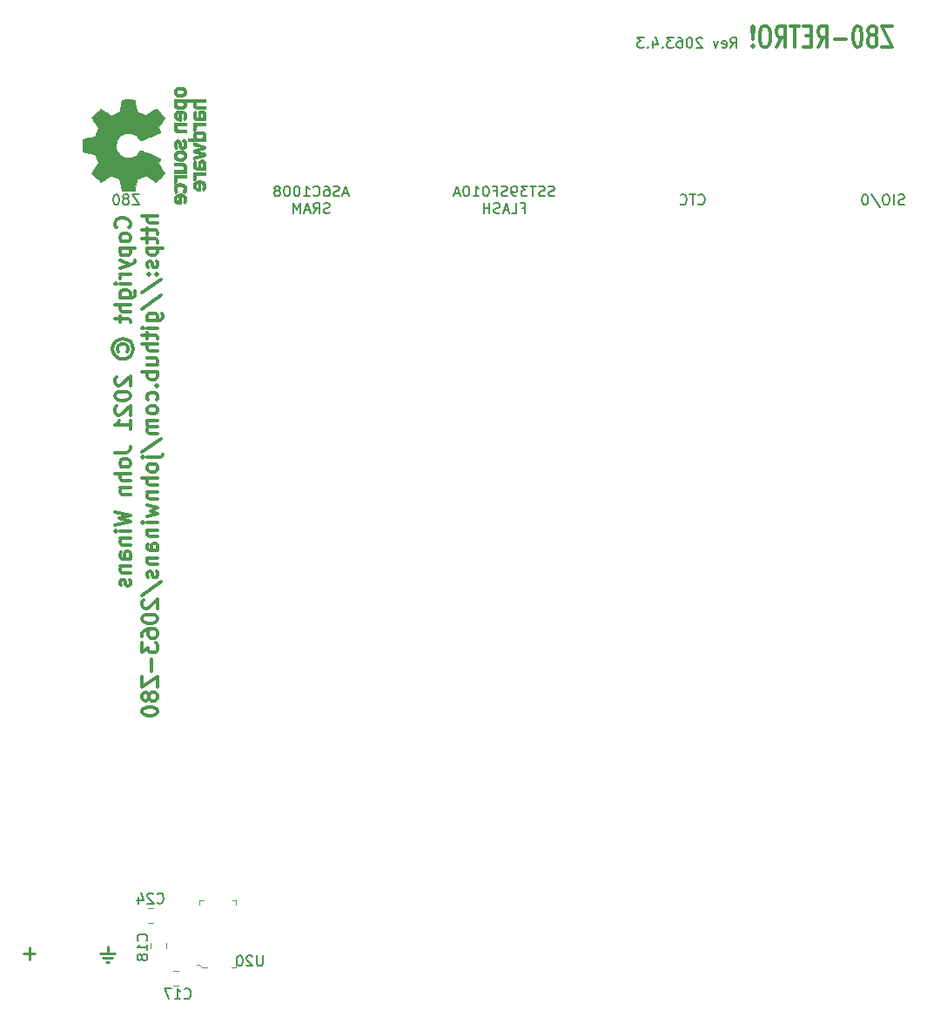
<source format=gbo>
G04 #@! TF.GenerationSoftware,KiCad,Pcbnew,5.1.5+dfsg1-2build2*
G04 #@! TF.CreationDate,2022-07-30T09:18:09-05:00*
G04 #@! TF.ProjectId,2063-Z80,32303633-2d5a-4383-902e-6b696361645f,4.3*
G04 #@! TF.SameCoordinates,Original*
G04 #@! TF.FileFunction,Legend,Bot*
G04 #@! TF.FilePolarity,Positive*
%FSLAX46Y46*%
G04 Gerber Fmt 4.6, Leading zero omitted, Abs format (unit mm)*
G04 Created by KiCad (PCBNEW 5.1.5+dfsg1-2build2) date 2022-07-30 09:18:09*
%MOMM*%
%LPD*%
G04 APERTURE LIST*
%ADD10C,0.317500*%
%ADD11C,0.228600*%
%ADD12C,0.150000*%
%ADD13C,0.300000*%
%ADD14C,0.120000*%
%ADD15C,0.010000*%
%ADD16C,0.100000*%
%ADD17O,1.500000X1.500000*%
%ADD18C,1.500000*%
%ADD19O,1.800000X1.800000*%
%ADD20R,1.800000X1.800000*%
%ADD21R,1.700000X1.700000*%
%ADD22O,1.700000X1.700000*%
%ADD23C,1.700000*%
%ADD24R,1.400000X1.400000*%
%ADD25C,1.400000*%
%ADD26R,2.300000X3.900000*%
%ADD27R,2.300000X1.600000*%
%ADD28C,4.700000*%
%ADD29O,1.800000X2.800000*%
%ADD30O,1.200000X1.750000*%
%ADD31C,1.900000*%
%ADD32R,1.900000X1.900000*%
%ADD33C,2.300000*%
%ADD34R,2.300000X2.300000*%
G04 APERTURE END LIST*
D10*
X191160400Y-50652438D02*
X190144400Y-50652438D01*
X191160400Y-52684438D01*
X190144400Y-52684438D01*
X189346114Y-51523295D02*
X189491257Y-51426533D01*
X189563828Y-51329771D01*
X189636400Y-51136247D01*
X189636400Y-51039485D01*
X189563828Y-50845961D01*
X189491257Y-50749200D01*
X189346114Y-50652438D01*
X189055828Y-50652438D01*
X188910685Y-50749200D01*
X188838114Y-50845961D01*
X188765542Y-51039485D01*
X188765542Y-51136247D01*
X188838114Y-51329771D01*
X188910685Y-51426533D01*
X189055828Y-51523295D01*
X189346114Y-51523295D01*
X189491257Y-51620057D01*
X189563828Y-51716819D01*
X189636400Y-51910342D01*
X189636400Y-52297390D01*
X189563828Y-52490914D01*
X189491257Y-52587676D01*
X189346114Y-52684438D01*
X189055828Y-52684438D01*
X188910685Y-52587676D01*
X188838114Y-52490914D01*
X188765542Y-52297390D01*
X188765542Y-51910342D01*
X188838114Y-51716819D01*
X188910685Y-51620057D01*
X189055828Y-51523295D01*
X187822114Y-50652438D02*
X187676971Y-50652438D01*
X187531828Y-50749200D01*
X187459257Y-50845961D01*
X187386685Y-51039485D01*
X187314114Y-51426533D01*
X187314114Y-51910342D01*
X187386685Y-52297390D01*
X187459257Y-52490914D01*
X187531828Y-52587676D01*
X187676971Y-52684438D01*
X187822114Y-52684438D01*
X187967257Y-52587676D01*
X188039828Y-52490914D01*
X188112400Y-52297390D01*
X188184971Y-51910342D01*
X188184971Y-51426533D01*
X188112400Y-51039485D01*
X188039828Y-50845961D01*
X187967257Y-50749200D01*
X187822114Y-50652438D01*
X186660971Y-51910342D02*
X185499828Y-51910342D01*
X183903257Y-52684438D02*
X184411257Y-51716819D01*
X184774114Y-52684438D02*
X184774114Y-50652438D01*
X184193542Y-50652438D01*
X184048400Y-50749200D01*
X183975828Y-50845961D01*
X183903257Y-51039485D01*
X183903257Y-51329771D01*
X183975828Y-51523295D01*
X184048400Y-51620057D01*
X184193542Y-51716819D01*
X184774114Y-51716819D01*
X183250114Y-51620057D02*
X182742114Y-51620057D01*
X182524400Y-52684438D02*
X183250114Y-52684438D01*
X183250114Y-50652438D01*
X182524400Y-50652438D01*
X182088971Y-50652438D02*
X181218114Y-50652438D01*
X181653542Y-52684438D02*
X181653542Y-50652438D01*
X179839257Y-52684438D02*
X180347257Y-51716819D01*
X180710114Y-52684438D02*
X180710114Y-50652438D01*
X180129542Y-50652438D01*
X179984400Y-50749200D01*
X179911828Y-50845961D01*
X179839257Y-51039485D01*
X179839257Y-51329771D01*
X179911828Y-51523295D01*
X179984400Y-51620057D01*
X180129542Y-51716819D01*
X180710114Y-51716819D01*
X178895828Y-50652438D02*
X178605542Y-50652438D01*
X178460400Y-50749200D01*
X178315257Y-50942723D01*
X178242685Y-51329771D01*
X178242685Y-52007104D01*
X178315257Y-52394152D01*
X178460400Y-52587676D01*
X178605542Y-52684438D01*
X178895828Y-52684438D01*
X179040971Y-52587676D01*
X179186114Y-52394152D01*
X179258685Y-52007104D01*
X179258685Y-51329771D01*
X179186114Y-50942723D01*
X179040971Y-50749200D01*
X178895828Y-50652438D01*
X177589542Y-52490914D02*
X177516971Y-52587676D01*
X177589542Y-52684438D01*
X177662114Y-52587676D01*
X177589542Y-52490914D01*
X177589542Y-52684438D01*
X177589542Y-51910342D02*
X177662114Y-50749200D01*
X177589542Y-50652438D01*
X177516971Y-50749200D01*
X177589542Y-51910342D01*
X177589542Y-50652438D01*
D11*
X107768571Y-140824857D02*
X106607428Y-140824857D01*
X107188000Y-141405428D02*
X107188000Y-140244285D01*
D12*
X175410285Y-52750980D02*
X175743619Y-52274790D01*
X175981714Y-52750980D02*
X175981714Y-51750980D01*
X175600761Y-51750980D01*
X175505523Y-51798600D01*
X175457904Y-51846219D01*
X175410285Y-51941457D01*
X175410285Y-52084314D01*
X175457904Y-52179552D01*
X175505523Y-52227171D01*
X175600761Y-52274790D01*
X175981714Y-52274790D01*
X174600761Y-52703361D02*
X174696000Y-52750980D01*
X174886476Y-52750980D01*
X174981714Y-52703361D01*
X175029333Y-52608123D01*
X175029333Y-52227171D01*
X174981714Y-52131933D01*
X174886476Y-52084314D01*
X174696000Y-52084314D01*
X174600761Y-52131933D01*
X174553142Y-52227171D01*
X174553142Y-52322409D01*
X175029333Y-52417647D01*
X174219809Y-52084314D02*
X173981714Y-52750980D01*
X173743619Y-52084314D01*
X172648380Y-51846219D02*
X172600761Y-51798600D01*
X172505523Y-51750980D01*
X172267428Y-51750980D01*
X172172190Y-51798600D01*
X172124571Y-51846219D01*
X172076952Y-51941457D01*
X172076952Y-52036695D01*
X172124571Y-52179552D01*
X172696000Y-52750980D01*
X172076952Y-52750980D01*
X171457904Y-51750980D02*
X171362666Y-51750980D01*
X171267428Y-51798600D01*
X171219809Y-51846219D01*
X171172190Y-51941457D01*
X171124571Y-52131933D01*
X171124571Y-52370028D01*
X171172190Y-52560504D01*
X171219809Y-52655742D01*
X171267428Y-52703361D01*
X171362666Y-52750980D01*
X171457904Y-52750980D01*
X171553142Y-52703361D01*
X171600761Y-52655742D01*
X171648380Y-52560504D01*
X171696000Y-52370028D01*
X171696000Y-52131933D01*
X171648380Y-51941457D01*
X171600761Y-51846219D01*
X171553142Y-51798600D01*
X171457904Y-51750980D01*
X170267428Y-51750980D02*
X170457904Y-51750980D01*
X170553142Y-51798600D01*
X170600761Y-51846219D01*
X170696000Y-51989076D01*
X170743619Y-52179552D01*
X170743619Y-52560504D01*
X170696000Y-52655742D01*
X170648380Y-52703361D01*
X170553142Y-52750980D01*
X170362666Y-52750980D01*
X170267428Y-52703361D01*
X170219809Y-52655742D01*
X170172190Y-52560504D01*
X170172190Y-52322409D01*
X170219809Y-52227171D01*
X170267428Y-52179552D01*
X170362666Y-52131933D01*
X170553142Y-52131933D01*
X170648380Y-52179552D01*
X170696000Y-52227171D01*
X170743619Y-52322409D01*
X169838857Y-51750980D02*
X169219809Y-51750980D01*
X169553142Y-52131933D01*
X169410285Y-52131933D01*
X169315047Y-52179552D01*
X169267428Y-52227171D01*
X169219809Y-52322409D01*
X169219809Y-52560504D01*
X169267428Y-52655742D01*
X169315047Y-52703361D01*
X169410285Y-52750980D01*
X169696000Y-52750980D01*
X169791238Y-52703361D01*
X169838857Y-52655742D01*
X168791238Y-52655742D02*
X168743619Y-52703361D01*
X168791238Y-52750980D01*
X168838857Y-52703361D01*
X168791238Y-52655742D01*
X168791238Y-52750980D01*
X167886476Y-52084314D02*
X167886476Y-52750980D01*
X168124571Y-51703361D02*
X168362666Y-52417647D01*
X167743619Y-52417647D01*
X167362666Y-52655742D02*
X167315047Y-52703361D01*
X167362666Y-52750980D01*
X167410285Y-52703361D01*
X167362666Y-52655742D01*
X167362666Y-52750980D01*
X166981714Y-51750980D02*
X166362666Y-51750980D01*
X166696000Y-52131933D01*
X166553142Y-52131933D01*
X166457904Y-52179552D01*
X166410285Y-52227171D01*
X166362666Y-52322409D01*
X166362666Y-52560504D01*
X166410285Y-52655742D01*
X166457904Y-52703361D01*
X166553142Y-52750980D01*
X166838857Y-52750980D01*
X166934095Y-52703361D01*
X166981714Y-52655742D01*
D13*
X119677571Y-69132142D02*
X118177571Y-69132142D01*
X119677571Y-69775000D02*
X118891857Y-69775000D01*
X118749000Y-69703571D01*
X118677571Y-69560714D01*
X118677571Y-69346428D01*
X118749000Y-69203571D01*
X118820428Y-69132142D01*
X118677571Y-70275000D02*
X118677571Y-70846428D01*
X118177571Y-70489285D02*
X119463285Y-70489285D01*
X119606142Y-70560714D01*
X119677571Y-70703571D01*
X119677571Y-70846428D01*
X118677571Y-71132142D02*
X118677571Y-71703571D01*
X118177571Y-71346428D02*
X119463285Y-71346428D01*
X119606142Y-71417857D01*
X119677571Y-71560714D01*
X119677571Y-71703571D01*
X118677571Y-72203571D02*
X120177571Y-72203571D01*
X118749000Y-72203571D02*
X118677571Y-72346428D01*
X118677571Y-72632142D01*
X118749000Y-72775000D01*
X118820428Y-72846428D01*
X118963285Y-72917857D01*
X119391857Y-72917857D01*
X119534714Y-72846428D01*
X119606142Y-72775000D01*
X119677571Y-72632142D01*
X119677571Y-72346428D01*
X119606142Y-72203571D01*
X119606142Y-73489285D02*
X119677571Y-73632142D01*
X119677571Y-73917857D01*
X119606142Y-74060714D01*
X119463285Y-74132142D01*
X119391857Y-74132142D01*
X119249000Y-74060714D01*
X119177571Y-73917857D01*
X119177571Y-73703571D01*
X119106142Y-73560714D01*
X118963285Y-73489285D01*
X118891857Y-73489285D01*
X118749000Y-73560714D01*
X118677571Y-73703571D01*
X118677571Y-73917857D01*
X118749000Y-74060714D01*
X119534714Y-74775000D02*
X119606142Y-74846428D01*
X119677571Y-74775000D01*
X119606142Y-74703571D01*
X119534714Y-74775000D01*
X119677571Y-74775000D01*
X118749000Y-74775000D02*
X118820428Y-74846428D01*
X118891857Y-74775000D01*
X118820428Y-74703571D01*
X118749000Y-74775000D01*
X118891857Y-74775000D01*
X118106142Y-76560714D02*
X120034714Y-75275000D01*
X118106142Y-78132142D02*
X120034714Y-76846428D01*
X118677571Y-79275000D02*
X119891857Y-79275000D01*
X120034714Y-79203571D01*
X120106142Y-79132142D01*
X120177571Y-78989285D01*
X120177571Y-78775000D01*
X120106142Y-78632142D01*
X119606142Y-79275000D02*
X119677571Y-79132142D01*
X119677571Y-78846428D01*
X119606142Y-78703571D01*
X119534714Y-78632142D01*
X119391857Y-78560714D01*
X118963285Y-78560714D01*
X118820428Y-78632142D01*
X118749000Y-78703571D01*
X118677571Y-78846428D01*
X118677571Y-79132142D01*
X118749000Y-79275000D01*
X119677571Y-79989285D02*
X118677571Y-79989285D01*
X118177571Y-79989285D02*
X118249000Y-79917857D01*
X118320428Y-79989285D01*
X118249000Y-80060714D01*
X118177571Y-79989285D01*
X118320428Y-79989285D01*
X118677571Y-80489285D02*
X118677571Y-81060714D01*
X118177571Y-80703571D02*
X119463285Y-80703571D01*
X119606142Y-80775000D01*
X119677571Y-80917857D01*
X119677571Y-81060714D01*
X119677571Y-81560714D02*
X118177571Y-81560714D01*
X119677571Y-82203571D02*
X118891857Y-82203571D01*
X118749000Y-82132142D01*
X118677571Y-81989285D01*
X118677571Y-81775000D01*
X118749000Y-81632142D01*
X118820428Y-81560714D01*
X118677571Y-83560714D02*
X119677571Y-83560714D01*
X118677571Y-82917857D02*
X119463285Y-82917857D01*
X119606142Y-82989285D01*
X119677571Y-83132142D01*
X119677571Y-83346428D01*
X119606142Y-83489285D01*
X119534714Y-83560714D01*
X119677571Y-84275000D02*
X118177571Y-84275000D01*
X118749000Y-84275000D02*
X118677571Y-84417857D01*
X118677571Y-84703571D01*
X118749000Y-84846428D01*
X118820428Y-84917857D01*
X118963285Y-84989285D01*
X119391857Y-84989285D01*
X119534714Y-84917857D01*
X119606142Y-84846428D01*
X119677571Y-84703571D01*
X119677571Y-84417857D01*
X119606142Y-84275000D01*
X119534714Y-85632142D02*
X119606142Y-85703571D01*
X119677571Y-85632142D01*
X119606142Y-85560714D01*
X119534714Y-85632142D01*
X119677571Y-85632142D01*
X119606142Y-86989285D02*
X119677571Y-86846428D01*
X119677571Y-86560714D01*
X119606142Y-86417857D01*
X119534714Y-86346428D01*
X119391857Y-86275000D01*
X118963285Y-86275000D01*
X118820428Y-86346428D01*
X118749000Y-86417857D01*
X118677571Y-86560714D01*
X118677571Y-86846428D01*
X118749000Y-86989285D01*
X119677571Y-87846428D02*
X119606142Y-87703571D01*
X119534714Y-87632142D01*
X119391857Y-87560714D01*
X118963285Y-87560714D01*
X118820428Y-87632142D01*
X118749000Y-87703571D01*
X118677571Y-87846428D01*
X118677571Y-88060714D01*
X118749000Y-88203571D01*
X118820428Y-88275000D01*
X118963285Y-88346428D01*
X119391857Y-88346428D01*
X119534714Y-88275000D01*
X119606142Y-88203571D01*
X119677571Y-88060714D01*
X119677571Y-87846428D01*
X119677571Y-88989285D02*
X118677571Y-88989285D01*
X118820428Y-88989285D02*
X118749000Y-89060714D01*
X118677571Y-89203571D01*
X118677571Y-89417857D01*
X118749000Y-89560714D01*
X118891857Y-89632142D01*
X119677571Y-89632142D01*
X118891857Y-89632142D02*
X118749000Y-89703571D01*
X118677571Y-89846428D01*
X118677571Y-90060714D01*
X118749000Y-90203571D01*
X118891857Y-90275000D01*
X119677571Y-90275000D01*
X118106142Y-92060714D02*
X120034714Y-90775000D01*
X118677571Y-92560714D02*
X119963285Y-92560714D01*
X120106142Y-92489285D01*
X120177571Y-92346428D01*
X120177571Y-92275000D01*
X118177571Y-92560714D02*
X118249000Y-92489285D01*
X118320428Y-92560714D01*
X118249000Y-92632142D01*
X118177571Y-92560714D01*
X118320428Y-92560714D01*
X119677571Y-93489285D02*
X119606142Y-93346428D01*
X119534714Y-93275000D01*
X119391857Y-93203571D01*
X118963285Y-93203571D01*
X118820428Y-93275000D01*
X118749000Y-93346428D01*
X118677571Y-93489285D01*
X118677571Y-93703571D01*
X118749000Y-93846428D01*
X118820428Y-93917857D01*
X118963285Y-93989285D01*
X119391857Y-93989285D01*
X119534714Y-93917857D01*
X119606142Y-93846428D01*
X119677571Y-93703571D01*
X119677571Y-93489285D01*
X119677571Y-94632142D02*
X118177571Y-94632142D01*
X119677571Y-95275000D02*
X118891857Y-95275000D01*
X118749000Y-95203571D01*
X118677571Y-95060714D01*
X118677571Y-94846428D01*
X118749000Y-94703571D01*
X118820428Y-94632142D01*
X118677571Y-95989285D02*
X119677571Y-95989285D01*
X118820428Y-95989285D02*
X118749000Y-96060714D01*
X118677571Y-96203571D01*
X118677571Y-96417857D01*
X118749000Y-96560714D01*
X118891857Y-96632142D01*
X119677571Y-96632142D01*
X118677571Y-97203571D02*
X119677571Y-97489285D01*
X118963285Y-97775000D01*
X119677571Y-98060714D01*
X118677571Y-98346428D01*
X119677571Y-98917857D02*
X118677571Y-98917857D01*
X118177571Y-98917857D02*
X118249000Y-98846428D01*
X118320428Y-98917857D01*
X118249000Y-98989285D01*
X118177571Y-98917857D01*
X118320428Y-98917857D01*
X118677571Y-99632142D02*
X119677571Y-99632142D01*
X118820428Y-99632142D02*
X118749000Y-99703571D01*
X118677571Y-99846428D01*
X118677571Y-100060714D01*
X118749000Y-100203571D01*
X118891857Y-100275000D01*
X119677571Y-100275000D01*
X119677571Y-101632142D02*
X118891857Y-101632142D01*
X118749000Y-101560714D01*
X118677571Y-101417857D01*
X118677571Y-101132142D01*
X118749000Y-100989285D01*
X119606142Y-101632142D02*
X119677571Y-101489285D01*
X119677571Y-101132142D01*
X119606142Y-100989285D01*
X119463285Y-100917857D01*
X119320428Y-100917857D01*
X119177571Y-100989285D01*
X119106142Y-101132142D01*
X119106142Y-101489285D01*
X119034714Y-101632142D01*
X118677571Y-102346428D02*
X119677571Y-102346428D01*
X118820428Y-102346428D02*
X118749000Y-102417857D01*
X118677571Y-102560714D01*
X118677571Y-102775000D01*
X118749000Y-102917857D01*
X118891857Y-102989285D01*
X119677571Y-102989285D01*
X119606142Y-103632142D02*
X119677571Y-103775000D01*
X119677571Y-104060714D01*
X119606142Y-104203571D01*
X119463285Y-104275000D01*
X119391857Y-104275000D01*
X119249000Y-104203571D01*
X119177571Y-104060714D01*
X119177571Y-103846428D01*
X119106142Y-103703571D01*
X118963285Y-103632142D01*
X118891857Y-103632142D01*
X118749000Y-103703571D01*
X118677571Y-103846428D01*
X118677571Y-104060714D01*
X118749000Y-104203571D01*
X118106142Y-105989285D02*
X120034714Y-104703571D01*
X118320428Y-106417857D02*
X118249000Y-106489285D01*
X118177571Y-106632142D01*
X118177571Y-106989285D01*
X118249000Y-107132142D01*
X118320428Y-107203571D01*
X118463285Y-107275000D01*
X118606142Y-107275000D01*
X118820428Y-107203571D01*
X119677571Y-106346428D01*
X119677571Y-107275000D01*
X118177571Y-108203571D02*
X118177571Y-108346428D01*
X118249000Y-108489285D01*
X118320428Y-108560714D01*
X118463285Y-108632142D01*
X118749000Y-108703571D01*
X119106142Y-108703571D01*
X119391857Y-108632142D01*
X119534714Y-108560714D01*
X119606142Y-108489285D01*
X119677571Y-108346428D01*
X119677571Y-108203571D01*
X119606142Y-108060714D01*
X119534714Y-107989285D01*
X119391857Y-107917857D01*
X119106142Y-107846428D01*
X118749000Y-107846428D01*
X118463285Y-107917857D01*
X118320428Y-107989285D01*
X118249000Y-108060714D01*
X118177571Y-108203571D01*
X118177571Y-109989285D02*
X118177571Y-109703571D01*
X118249000Y-109560714D01*
X118320428Y-109489285D01*
X118534714Y-109346428D01*
X118820428Y-109275000D01*
X119391857Y-109275000D01*
X119534714Y-109346428D01*
X119606142Y-109417857D01*
X119677571Y-109560714D01*
X119677571Y-109846428D01*
X119606142Y-109989285D01*
X119534714Y-110060714D01*
X119391857Y-110132142D01*
X119034714Y-110132142D01*
X118891857Y-110060714D01*
X118820428Y-109989285D01*
X118749000Y-109846428D01*
X118749000Y-109560714D01*
X118820428Y-109417857D01*
X118891857Y-109346428D01*
X119034714Y-109275000D01*
X118177571Y-110632142D02*
X118177571Y-111560714D01*
X118749000Y-111060714D01*
X118749000Y-111275000D01*
X118820428Y-111417857D01*
X118891857Y-111489285D01*
X119034714Y-111560714D01*
X119391857Y-111560714D01*
X119534714Y-111489285D01*
X119606142Y-111417857D01*
X119677571Y-111275000D01*
X119677571Y-110846428D01*
X119606142Y-110703571D01*
X119534714Y-110632142D01*
X119106142Y-112203571D02*
X119106142Y-113346428D01*
X118177571Y-113917857D02*
X118177571Y-114917857D01*
X119677571Y-113917857D01*
X119677571Y-114917857D01*
X118820428Y-115703571D02*
X118749000Y-115560714D01*
X118677571Y-115489285D01*
X118534714Y-115417857D01*
X118463285Y-115417857D01*
X118320428Y-115489285D01*
X118249000Y-115560714D01*
X118177571Y-115703571D01*
X118177571Y-115989285D01*
X118249000Y-116132142D01*
X118320428Y-116203571D01*
X118463285Y-116275000D01*
X118534714Y-116275000D01*
X118677571Y-116203571D01*
X118749000Y-116132142D01*
X118820428Y-115989285D01*
X118820428Y-115703571D01*
X118891857Y-115560714D01*
X118963285Y-115489285D01*
X119106142Y-115417857D01*
X119391857Y-115417857D01*
X119534714Y-115489285D01*
X119606142Y-115560714D01*
X119677571Y-115703571D01*
X119677571Y-115989285D01*
X119606142Y-116132142D01*
X119534714Y-116203571D01*
X119391857Y-116275000D01*
X119106142Y-116275000D01*
X118963285Y-116203571D01*
X118891857Y-116132142D01*
X118820428Y-115989285D01*
X118177571Y-117203571D02*
X118177571Y-117346428D01*
X118249000Y-117489285D01*
X118320428Y-117560714D01*
X118463285Y-117632142D01*
X118749000Y-117703571D01*
X119106142Y-117703571D01*
X119391857Y-117632142D01*
X119534714Y-117560714D01*
X119606142Y-117489285D01*
X119677571Y-117346428D01*
X119677571Y-117203571D01*
X119606142Y-117060714D01*
X119534714Y-116989285D01*
X119391857Y-116917857D01*
X119106142Y-116846428D01*
X118749000Y-116846428D01*
X118463285Y-116917857D01*
X118320428Y-116989285D01*
X118249000Y-117060714D01*
X118177571Y-117203571D01*
X116867714Y-70243285D02*
X116939142Y-70171857D01*
X117010571Y-69957571D01*
X117010571Y-69814714D01*
X116939142Y-69600428D01*
X116796285Y-69457571D01*
X116653428Y-69386142D01*
X116367714Y-69314714D01*
X116153428Y-69314714D01*
X115867714Y-69386142D01*
X115724857Y-69457571D01*
X115582000Y-69600428D01*
X115510571Y-69814714D01*
X115510571Y-69957571D01*
X115582000Y-70171857D01*
X115653428Y-70243285D01*
X117010571Y-71100428D02*
X116939142Y-70957571D01*
X116867714Y-70886142D01*
X116724857Y-70814714D01*
X116296285Y-70814714D01*
X116153428Y-70886142D01*
X116082000Y-70957571D01*
X116010571Y-71100428D01*
X116010571Y-71314714D01*
X116082000Y-71457571D01*
X116153428Y-71529000D01*
X116296285Y-71600428D01*
X116724857Y-71600428D01*
X116867714Y-71529000D01*
X116939142Y-71457571D01*
X117010571Y-71314714D01*
X117010571Y-71100428D01*
X116010571Y-72243285D02*
X117510571Y-72243285D01*
X116082000Y-72243285D02*
X116010571Y-72386142D01*
X116010571Y-72671857D01*
X116082000Y-72814714D01*
X116153428Y-72886142D01*
X116296285Y-72957571D01*
X116724857Y-72957571D01*
X116867714Y-72886142D01*
X116939142Y-72814714D01*
X117010571Y-72671857D01*
X117010571Y-72386142D01*
X116939142Y-72243285D01*
X116010571Y-73457571D02*
X117010571Y-73814714D01*
X116010571Y-74171857D02*
X117010571Y-73814714D01*
X117367714Y-73671857D01*
X117439142Y-73600428D01*
X117510571Y-73457571D01*
X117010571Y-74743285D02*
X116010571Y-74743285D01*
X116296285Y-74743285D02*
X116153428Y-74814714D01*
X116082000Y-74886142D01*
X116010571Y-75029000D01*
X116010571Y-75171857D01*
X117010571Y-75671857D02*
X116010571Y-75671857D01*
X115510571Y-75671857D02*
X115582000Y-75600428D01*
X115653428Y-75671857D01*
X115582000Y-75743285D01*
X115510571Y-75671857D01*
X115653428Y-75671857D01*
X116010571Y-77029000D02*
X117224857Y-77029000D01*
X117367714Y-76957571D01*
X117439142Y-76886142D01*
X117510571Y-76743285D01*
X117510571Y-76529000D01*
X117439142Y-76386142D01*
X116939142Y-77029000D02*
X117010571Y-76886142D01*
X117010571Y-76600428D01*
X116939142Y-76457571D01*
X116867714Y-76386142D01*
X116724857Y-76314714D01*
X116296285Y-76314714D01*
X116153428Y-76386142D01*
X116082000Y-76457571D01*
X116010571Y-76600428D01*
X116010571Y-76886142D01*
X116082000Y-77029000D01*
X117010571Y-77743285D02*
X115510571Y-77743285D01*
X117010571Y-78386142D02*
X116224857Y-78386142D01*
X116082000Y-78314714D01*
X116010571Y-78171857D01*
X116010571Y-77957571D01*
X116082000Y-77814714D01*
X116153428Y-77743285D01*
X116010571Y-78886142D02*
X116010571Y-79457571D01*
X115510571Y-79100428D02*
X116796285Y-79100428D01*
X116939142Y-79171857D01*
X117010571Y-79314714D01*
X117010571Y-79457571D01*
X115867714Y-82314714D02*
X115796285Y-82171857D01*
X115796285Y-81886142D01*
X115867714Y-81743285D01*
X116010571Y-81600428D01*
X116153428Y-81529000D01*
X116439142Y-81529000D01*
X116582000Y-81600428D01*
X116724857Y-81743285D01*
X116796285Y-81886142D01*
X116796285Y-82171857D01*
X116724857Y-82314714D01*
X115296285Y-82029000D02*
X115367714Y-81671857D01*
X115582000Y-81314714D01*
X115939142Y-81100428D01*
X116296285Y-81029000D01*
X116653428Y-81100428D01*
X117010571Y-81314714D01*
X117224857Y-81671857D01*
X117296285Y-82029000D01*
X117224857Y-82386142D01*
X117010571Y-82743285D01*
X116653428Y-82957571D01*
X116296285Y-83029000D01*
X115939142Y-82957571D01*
X115582000Y-82743285D01*
X115367714Y-82386142D01*
X115296285Y-82029000D01*
X115653428Y-84743285D02*
X115582000Y-84814714D01*
X115510571Y-84957571D01*
X115510571Y-85314714D01*
X115582000Y-85457571D01*
X115653428Y-85529000D01*
X115796285Y-85600428D01*
X115939142Y-85600428D01*
X116153428Y-85529000D01*
X117010571Y-84671857D01*
X117010571Y-85600428D01*
X115510571Y-86529000D02*
X115510571Y-86671857D01*
X115582000Y-86814714D01*
X115653428Y-86886142D01*
X115796285Y-86957571D01*
X116082000Y-87029000D01*
X116439142Y-87029000D01*
X116724857Y-86957571D01*
X116867714Y-86886142D01*
X116939142Y-86814714D01*
X117010571Y-86671857D01*
X117010571Y-86529000D01*
X116939142Y-86386142D01*
X116867714Y-86314714D01*
X116724857Y-86243285D01*
X116439142Y-86171857D01*
X116082000Y-86171857D01*
X115796285Y-86243285D01*
X115653428Y-86314714D01*
X115582000Y-86386142D01*
X115510571Y-86529000D01*
X115653428Y-87600428D02*
X115582000Y-87671857D01*
X115510571Y-87814714D01*
X115510571Y-88171857D01*
X115582000Y-88314714D01*
X115653428Y-88386142D01*
X115796285Y-88457571D01*
X115939142Y-88457571D01*
X116153428Y-88386142D01*
X117010571Y-87529000D01*
X117010571Y-88457571D01*
X117010571Y-89886142D02*
X117010571Y-89029000D01*
X117010571Y-89457571D02*
X115510571Y-89457571D01*
X115724857Y-89314714D01*
X115867714Y-89171857D01*
X115939142Y-89029000D01*
X115510571Y-92100428D02*
X116582000Y-92100428D01*
X116796285Y-92029000D01*
X116939142Y-91886142D01*
X117010571Y-91671857D01*
X117010571Y-91529000D01*
X117010571Y-93029000D02*
X116939142Y-92886142D01*
X116867714Y-92814714D01*
X116724857Y-92743285D01*
X116296285Y-92743285D01*
X116153428Y-92814714D01*
X116082000Y-92886142D01*
X116010571Y-93029000D01*
X116010571Y-93243285D01*
X116082000Y-93386142D01*
X116153428Y-93457571D01*
X116296285Y-93529000D01*
X116724857Y-93529000D01*
X116867714Y-93457571D01*
X116939142Y-93386142D01*
X117010571Y-93243285D01*
X117010571Y-93029000D01*
X117010571Y-94171857D02*
X115510571Y-94171857D01*
X117010571Y-94814714D02*
X116224857Y-94814714D01*
X116082000Y-94743285D01*
X116010571Y-94600428D01*
X116010571Y-94386142D01*
X116082000Y-94243285D01*
X116153428Y-94171857D01*
X116010571Y-95529000D02*
X117010571Y-95529000D01*
X116153428Y-95529000D02*
X116082000Y-95600428D01*
X116010571Y-95743285D01*
X116010571Y-95957571D01*
X116082000Y-96100428D01*
X116224857Y-96171857D01*
X117010571Y-96171857D01*
X115510571Y-97886142D02*
X117010571Y-98243285D01*
X115939142Y-98529000D01*
X117010571Y-98814714D01*
X115510571Y-99171857D01*
X117010571Y-99743285D02*
X116010571Y-99743285D01*
X115510571Y-99743285D02*
X115582000Y-99671857D01*
X115653428Y-99743285D01*
X115582000Y-99814714D01*
X115510571Y-99743285D01*
X115653428Y-99743285D01*
X116010571Y-100457571D02*
X117010571Y-100457571D01*
X116153428Y-100457571D02*
X116082000Y-100529000D01*
X116010571Y-100671857D01*
X116010571Y-100886142D01*
X116082000Y-101029000D01*
X116224857Y-101100428D01*
X117010571Y-101100428D01*
X117010571Y-102457571D02*
X116224857Y-102457571D01*
X116082000Y-102386142D01*
X116010571Y-102243285D01*
X116010571Y-101957571D01*
X116082000Y-101814714D01*
X116939142Y-102457571D02*
X117010571Y-102314714D01*
X117010571Y-101957571D01*
X116939142Y-101814714D01*
X116796285Y-101743285D01*
X116653428Y-101743285D01*
X116510571Y-101814714D01*
X116439142Y-101957571D01*
X116439142Y-102314714D01*
X116367714Y-102457571D01*
X116010571Y-103171857D02*
X117010571Y-103171857D01*
X116153428Y-103171857D02*
X116082000Y-103243285D01*
X116010571Y-103386142D01*
X116010571Y-103600428D01*
X116082000Y-103743285D01*
X116224857Y-103814714D01*
X117010571Y-103814714D01*
X116939142Y-104457571D02*
X117010571Y-104600428D01*
X117010571Y-104886142D01*
X116939142Y-105029000D01*
X116796285Y-105100428D01*
X116724857Y-105100428D01*
X116582000Y-105029000D01*
X116510571Y-104886142D01*
X116510571Y-104671857D01*
X116439142Y-104529000D01*
X116296285Y-104457571D01*
X116224857Y-104457571D01*
X116082000Y-104529000D01*
X116010571Y-104671857D01*
X116010571Y-104886142D01*
X116082000Y-105029000D01*
D12*
X192293619Y-67968761D02*
X192150761Y-68016380D01*
X191912666Y-68016380D01*
X191817428Y-67968761D01*
X191769809Y-67921142D01*
X191722190Y-67825904D01*
X191722190Y-67730666D01*
X191769809Y-67635428D01*
X191817428Y-67587809D01*
X191912666Y-67540190D01*
X192103142Y-67492571D01*
X192198380Y-67444952D01*
X192246000Y-67397333D01*
X192293619Y-67302095D01*
X192293619Y-67206857D01*
X192246000Y-67111619D01*
X192198380Y-67064000D01*
X192103142Y-67016380D01*
X191865047Y-67016380D01*
X191722190Y-67064000D01*
X191293619Y-68016380D02*
X191293619Y-67016380D01*
X190626952Y-67016380D02*
X190436476Y-67016380D01*
X190341238Y-67064000D01*
X190246000Y-67159238D01*
X190198380Y-67349714D01*
X190198380Y-67683047D01*
X190246000Y-67873523D01*
X190341238Y-67968761D01*
X190436476Y-68016380D01*
X190626952Y-68016380D01*
X190722190Y-67968761D01*
X190817428Y-67873523D01*
X190865047Y-67683047D01*
X190865047Y-67349714D01*
X190817428Y-67159238D01*
X190722190Y-67064000D01*
X190626952Y-67016380D01*
X189055523Y-66968761D02*
X189912666Y-68254476D01*
X188531714Y-67016380D02*
X188436476Y-67016380D01*
X188341238Y-67064000D01*
X188293619Y-67111619D01*
X188246000Y-67206857D01*
X188198380Y-67397333D01*
X188198380Y-67635428D01*
X188246000Y-67825904D01*
X188293619Y-67921142D01*
X188341238Y-67968761D01*
X188436476Y-68016380D01*
X188531714Y-68016380D01*
X188626952Y-67968761D01*
X188674571Y-67921142D01*
X188722190Y-67825904D01*
X188769809Y-67635428D01*
X188769809Y-67397333D01*
X188722190Y-67206857D01*
X188674571Y-67111619D01*
X188626952Y-67064000D01*
X188531714Y-67016380D01*
X172275428Y-67921142D02*
X172323047Y-67968761D01*
X172465904Y-68016380D01*
X172561142Y-68016380D01*
X172704000Y-67968761D01*
X172799238Y-67873523D01*
X172846857Y-67778285D01*
X172894476Y-67587809D01*
X172894476Y-67444952D01*
X172846857Y-67254476D01*
X172799238Y-67159238D01*
X172704000Y-67064000D01*
X172561142Y-67016380D01*
X172465904Y-67016380D01*
X172323047Y-67064000D01*
X172275428Y-67111619D01*
X171989714Y-67016380D02*
X171418285Y-67016380D01*
X171704000Y-68016380D02*
X171704000Y-67016380D01*
X170513523Y-67921142D02*
X170561142Y-67968761D01*
X170704000Y-68016380D01*
X170799238Y-68016380D01*
X170942095Y-67968761D01*
X171037333Y-67873523D01*
X171084952Y-67778285D01*
X171132571Y-67587809D01*
X171132571Y-67444952D01*
X171084952Y-67254476D01*
X171037333Y-67159238D01*
X170942095Y-67064000D01*
X170799238Y-67016380D01*
X170704000Y-67016380D01*
X170561142Y-67064000D01*
X170513523Y-67111619D01*
X158273142Y-67143761D02*
X158130285Y-67191380D01*
X157892190Y-67191380D01*
X157796952Y-67143761D01*
X157749333Y-67096142D01*
X157701714Y-67000904D01*
X157701714Y-66905666D01*
X157749333Y-66810428D01*
X157796952Y-66762809D01*
X157892190Y-66715190D01*
X158082666Y-66667571D01*
X158177904Y-66619952D01*
X158225523Y-66572333D01*
X158273142Y-66477095D01*
X158273142Y-66381857D01*
X158225523Y-66286619D01*
X158177904Y-66239000D01*
X158082666Y-66191380D01*
X157844571Y-66191380D01*
X157701714Y-66239000D01*
X157320761Y-67143761D02*
X157177904Y-67191380D01*
X156939809Y-67191380D01*
X156844571Y-67143761D01*
X156796952Y-67096142D01*
X156749333Y-67000904D01*
X156749333Y-66905666D01*
X156796952Y-66810428D01*
X156844571Y-66762809D01*
X156939809Y-66715190D01*
X157130285Y-66667571D01*
X157225523Y-66619952D01*
X157273142Y-66572333D01*
X157320761Y-66477095D01*
X157320761Y-66381857D01*
X157273142Y-66286619D01*
X157225523Y-66239000D01*
X157130285Y-66191380D01*
X156892190Y-66191380D01*
X156749333Y-66239000D01*
X156463619Y-66191380D02*
X155892190Y-66191380D01*
X156177904Y-67191380D02*
X156177904Y-66191380D01*
X155654095Y-66191380D02*
X155035047Y-66191380D01*
X155368380Y-66572333D01*
X155225523Y-66572333D01*
X155130285Y-66619952D01*
X155082666Y-66667571D01*
X155035047Y-66762809D01*
X155035047Y-67000904D01*
X155082666Y-67096142D01*
X155130285Y-67143761D01*
X155225523Y-67191380D01*
X155511238Y-67191380D01*
X155606476Y-67143761D01*
X155654095Y-67096142D01*
X154558857Y-67191380D02*
X154368380Y-67191380D01*
X154273142Y-67143761D01*
X154225523Y-67096142D01*
X154130285Y-66953285D01*
X154082666Y-66762809D01*
X154082666Y-66381857D01*
X154130285Y-66286619D01*
X154177904Y-66239000D01*
X154273142Y-66191380D01*
X154463619Y-66191380D01*
X154558857Y-66239000D01*
X154606476Y-66286619D01*
X154654095Y-66381857D01*
X154654095Y-66619952D01*
X154606476Y-66715190D01*
X154558857Y-66762809D01*
X154463619Y-66810428D01*
X154273142Y-66810428D01*
X154177904Y-66762809D01*
X154130285Y-66715190D01*
X154082666Y-66619952D01*
X153701714Y-67143761D02*
X153558857Y-67191380D01*
X153320761Y-67191380D01*
X153225523Y-67143761D01*
X153177904Y-67096142D01*
X153130285Y-67000904D01*
X153130285Y-66905666D01*
X153177904Y-66810428D01*
X153225523Y-66762809D01*
X153320761Y-66715190D01*
X153511238Y-66667571D01*
X153606476Y-66619952D01*
X153654095Y-66572333D01*
X153701714Y-66477095D01*
X153701714Y-66381857D01*
X153654095Y-66286619D01*
X153606476Y-66239000D01*
X153511238Y-66191380D01*
X153273142Y-66191380D01*
X153130285Y-66239000D01*
X152368380Y-66667571D02*
X152701714Y-66667571D01*
X152701714Y-67191380D02*
X152701714Y-66191380D01*
X152225523Y-66191380D01*
X151654095Y-66191380D02*
X151558857Y-66191380D01*
X151463619Y-66239000D01*
X151416000Y-66286619D01*
X151368380Y-66381857D01*
X151320761Y-66572333D01*
X151320761Y-66810428D01*
X151368380Y-67000904D01*
X151416000Y-67096142D01*
X151463619Y-67143761D01*
X151558857Y-67191380D01*
X151654095Y-67191380D01*
X151749333Y-67143761D01*
X151796952Y-67096142D01*
X151844571Y-67000904D01*
X151892190Y-66810428D01*
X151892190Y-66572333D01*
X151844571Y-66381857D01*
X151796952Y-66286619D01*
X151749333Y-66239000D01*
X151654095Y-66191380D01*
X150368380Y-67191380D02*
X150939809Y-67191380D01*
X150654095Y-67191380D02*
X150654095Y-66191380D01*
X150749333Y-66334238D01*
X150844571Y-66429476D01*
X150939809Y-66477095D01*
X149749333Y-66191380D02*
X149654095Y-66191380D01*
X149558857Y-66239000D01*
X149511238Y-66286619D01*
X149463619Y-66381857D01*
X149416000Y-66572333D01*
X149416000Y-66810428D01*
X149463619Y-67000904D01*
X149511238Y-67096142D01*
X149558857Y-67143761D01*
X149654095Y-67191380D01*
X149749333Y-67191380D01*
X149844571Y-67143761D01*
X149892190Y-67096142D01*
X149939809Y-67000904D01*
X149987428Y-66810428D01*
X149987428Y-66572333D01*
X149939809Y-66381857D01*
X149892190Y-66286619D01*
X149844571Y-66239000D01*
X149749333Y-66191380D01*
X149035047Y-66905666D02*
X148558857Y-66905666D01*
X149130285Y-67191380D02*
X148796952Y-66191380D01*
X148463619Y-67191380D01*
X155106476Y-68317571D02*
X155439809Y-68317571D01*
X155439809Y-68841380D02*
X155439809Y-67841380D01*
X154963619Y-67841380D01*
X154106476Y-68841380D02*
X154582666Y-68841380D01*
X154582666Y-67841380D01*
X153820761Y-68555666D02*
X153344571Y-68555666D01*
X153916000Y-68841380D02*
X153582666Y-67841380D01*
X153249333Y-68841380D01*
X152963619Y-68793761D02*
X152820761Y-68841380D01*
X152582666Y-68841380D01*
X152487428Y-68793761D01*
X152439809Y-68746142D01*
X152392190Y-68650904D01*
X152392190Y-68555666D01*
X152439809Y-68460428D01*
X152487428Y-68412809D01*
X152582666Y-68365190D01*
X152773142Y-68317571D01*
X152868380Y-68269952D01*
X152916000Y-68222333D01*
X152963619Y-68127095D01*
X152963619Y-68031857D01*
X152916000Y-67936619D01*
X152868380Y-67889000D01*
X152773142Y-67841380D01*
X152535047Y-67841380D01*
X152392190Y-67889000D01*
X151963619Y-68841380D02*
X151963619Y-67841380D01*
X151963619Y-68317571D02*
X151392190Y-68317571D01*
X151392190Y-68841380D02*
X151392190Y-67841380D01*
X138215238Y-66905666D02*
X137739047Y-66905666D01*
X138310476Y-67191380D02*
X137977142Y-66191380D01*
X137643809Y-67191380D01*
X137358095Y-67143761D02*
X137215238Y-67191380D01*
X136977142Y-67191380D01*
X136881904Y-67143761D01*
X136834285Y-67096142D01*
X136786666Y-67000904D01*
X136786666Y-66905666D01*
X136834285Y-66810428D01*
X136881904Y-66762809D01*
X136977142Y-66715190D01*
X137167619Y-66667571D01*
X137262857Y-66619952D01*
X137310476Y-66572333D01*
X137358095Y-66477095D01*
X137358095Y-66381857D01*
X137310476Y-66286619D01*
X137262857Y-66239000D01*
X137167619Y-66191380D01*
X136929523Y-66191380D01*
X136786666Y-66239000D01*
X135929523Y-66191380D02*
X136120000Y-66191380D01*
X136215238Y-66239000D01*
X136262857Y-66286619D01*
X136358095Y-66429476D01*
X136405714Y-66619952D01*
X136405714Y-67000904D01*
X136358095Y-67096142D01*
X136310476Y-67143761D01*
X136215238Y-67191380D01*
X136024761Y-67191380D01*
X135929523Y-67143761D01*
X135881904Y-67096142D01*
X135834285Y-67000904D01*
X135834285Y-66762809D01*
X135881904Y-66667571D01*
X135929523Y-66619952D01*
X136024761Y-66572333D01*
X136215238Y-66572333D01*
X136310476Y-66619952D01*
X136358095Y-66667571D01*
X136405714Y-66762809D01*
X134834285Y-67096142D02*
X134881904Y-67143761D01*
X135024761Y-67191380D01*
X135120000Y-67191380D01*
X135262857Y-67143761D01*
X135358095Y-67048523D01*
X135405714Y-66953285D01*
X135453333Y-66762809D01*
X135453333Y-66619952D01*
X135405714Y-66429476D01*
X135358095Y-66334238D01*
X135262857Y-66239000D01*
X135120000Y-66191380D01*
X135024761Y-66191380D01*
X134881904Y-66239000D01*
X134834285Y-66286619D01*
X133881904Y-67191380D02*
X134453333Y-67191380D01*
X134167619Y-67191380D02*
X134167619Y-66191380D01*
X134262857Y-66334238D01*
X134358095Y-66429476D01*
X134453333Y-66477095D01*
X133262857Y-66191380D02*
X133167619Y-66191380D01*
X133072380Y-66239000D01*
X133024761Y-66286619D01*
X132977142Y-66381857D01*
X132929523Y-66572333D01*
X132929523Y-66810428D01*
X132977142Y-67000904D01*
X133024761Y-67096142D01*
X133072380Y-67143761D01*
X133167619Y-67191380D01*
X133262857Y-67191380D01*
X133358095Y-67143761D01*
X133405714Y-67096142D01*
X133453333Y-67000904D01*
X133500952Y-66810428D01*
X133500952Y-66572333D01*
X133453333Y-66381857D01*
X133405714Y-66286619D01*
X133358095Y-66239000D01*
X133262857Y-66191380D01*
X132310476Y-66191380D02*
X132215238Y-66191380D01*
X132120000Y-66239000D01*
X132072380Y-66286619D01*
X132024761Y-66381857D01*
X131977142Y-66572333D01*
X131977142Y-66810428D01*
X132024761Y-67000904D01*
X132072380Y-67096142D01*
X132120000Y-67143761D01*
X132215238Y-67191380D01*
X132310476Y-67191380D01*
X132405714Y-67143761D01*
X132453333Y-67096142D01*
X132500952Y-67000904D01*
X132548571Y-66810428D01*
X132548571Y-66572333D01*
X132500952Y-66381857D01*
X132453333Y-66286619D01*
X132405714Y-66239000D01*
X132310476Y-66191380D01*
X131405714Y-66619952D02*
X131500952Y-66572333D01*
X131548571Y-66524714D01*
X131596190Y-66429476D01*
X131596190Y-66381857D01*
X131548571Y-66286619D01*
X131500952Y-66239000D01*
X131405714Y-66191380D01*
X131215238Y-66191380D01*
X131120000Y-66239000D01*
X131072380Y-66286619D01*
X131024761Y-66381857D01*
X131024761Y-66429476D01*
X131072380Y-66524714D01*
X131120000Y-66572333D01*
X131215238Y-66619952D01*
X131405714Y-66619952D01*
X131500952Y-66667571D01*
X131548571Y-66715190D01*
X131596190Y-66810428D01*
X131596190Y-67000904D01*
X131548571Y-67096142D01*
X131500952Y-67143761D01*
X131405714Y-67191380D01*
X131215238Y-67191380D01*
X131120000Y-67143761D01*
X131072380Y-67096142D01*
X131024761Y-67000904D01*
X131024761Y-66810428D01*
X131072380Y-66715190D01*
X131120000Y-66667571D01*
X131215238Y-66619952D01*
X136405714Y-68793761D02*
X136262857Y-68841380D01*
X136024761Y-68841380D01*
X135929523Y-68793761D01*
X135881904Y-68746142D01*
X135834285Y-68650904D01*
X135834285Y-68555666D01*
X135881904Y-68460428D01*
X135929523Y-68412809D01*
X136024761Y-68365190D01*
X136215238Y-68317571D01*
X136310476Y-68269952D01*
X136358095Y-68222333D01*
X136405714Y-68127095D01*
X136405714Y-68031857D01*
X136358095Y-67936619D01*
X136310476Y-67889000D01*
X136215238Y-67841380D01*
X135977142Y-67841380D01*
X135834285Y-67889000D01*
X134834285Y-68841380D02*
X135167619Y-68365190D01*
X135405714Y-68841380D02*
X135405714Y-67841380D01*
X135024761Y-67841380D01*
X134929523Y-67889000D01*
X134881904Y-67936619D01*
X134834285Y-68031857D01*
X134834285Y-68174714D01*
X134881904Y-68269952D01*
X134929523Y-68317571D01*
X135024761Y-68365190D01*
X135405714Y-68365190D01*
X134453333Y-68555666D02*
X133977142Y-68555666D01*
X134548571Y-68841380D02*
X134215238Y-67841380D01*
X133881904Y-68841380D01*
X133548571Y-68841380D02*
X133548571Y-67841380D01*
X133215238Y-68555666D01*
X132881904Y-67841380D01*
X132881904Y-68841380D01*
X117871714Y-67016380D02*
X117205047Y-67016380D01*
X117871714Y-68016380D01*
X117205047Y-68016380D01*
X116681238Y-67444952D02*
X116776476Y-67397333D01*
X116824095Y-67349714D01*
X116871714Y-67254476D01*
X116871714Y-67206857D01*
X116824095Y-67111619D01*
X116776476Y-67064000D01*
X116681238Y-67016380D01*
X116490761Y-67016380D01*
X116395523Y-67064000D01*
X116347904Y-67111619D01*
X116300285Y-67206857D01*
X116300285Y-67254476D01*
X116347904Y-67349714D01*
X116395523Y-67397333D01*
X116490761Y-67444952D01*
X116681238Y-67444952D01*
X116776476Y-67492571D01*
X116824095Y-67540190D01*
X116871714Y-67635428D01*
X116871714Y-67825904D01*
X116824095Y-67921142D01*
X116776476Y-67968761D01*
X116681238Y-68016380D01*
X116490761Y-68016380D01*
X116395523Y-67968761D01*
X116347904Y-67921142D01*
X116300285Y-67825904D01*
X116300285Y-67635428D01*
X116347904Y-67540190D01*
X116395523Y-67492571D01*
X116490761Y-67444952D01*
X115681238Y-67016380D02*
X115586000Y-67016380D01*
X115490761Y-67064000D01*
X115443142Y-67111619D01*
X115395523Y-67206857D01*
X115347904Y-67397333D01*
X115347904Y-67635428D01*
X115395523Y-67825904D01*
X115443142Y-67921142D01*
X115490761Y-67968761D01*
X115586000Y-68016380D01*
X115681238Y-68016380D01*
X115776476Y-67968761D01*
X115824095Y-67921142D01*
X115871714Y-67825904D01*
X115919333Y-67635428D01*
X115919333Y-67397333D01*
X115871714Y-67206857D01*
X115824095Y-67111619D01*
X115776476Y-67064000D01*
X115681238Y-67016380D01*
D11*
X115533714Y-140788571D02*
X114082285Y-140788571D01*
X115243428Y-141224000D02*
X114372571Y-141224000D01*
X114808000Y-140135428D02*
X114808000Y-140788571D01*
X114662857Y-141659428D02*
X114953142Y-141659428D01*
D14*
X119251252Y-137870000D02*
X118728748Y-137870000D01*
X119251252Y-136450000D02*
X118728748Y-136450000D01*
X120496000Y-139819748D02*
X120496000Y-140342252D01*
X119026000Y-139819748D02*
X119026000Y-140342252D01*
X121698652Y-143965600D02*
X121176148Y-143965600D01*
X121698652Y-142495600D02*
X121176148Y-142495600D01*
D15*
G36*
X121273560Y-58449909D02*
G01*
X121299499Y-58502412D01*
X121344700Y-58567158D01*
X121393991Y-58614347D01*
X121455885Y-58646665D01*
X121538896Y-58666797D01*
X121651538Y-58677430D01*
X121802324Y-58681247D01*
X121867149Y-58681470D01*
X122009221Y-58680818D01*
X122110757Y-58678112D01*
X122181015Y-58672224D01*
X122229256Y-58662027D01*
X122264738Y-58646394D01*
X122288943Y-58630128D01*
X122391929Y-58526295D01*
X122453874Y-58404021D01*
X122472506Y-58272114D01*
X122445549Y-58139384D01*
X122426486Y-58097333D01*
X122374015Y-57996666D01*
X123196259Y-57996666D01*
X123158267Y-58070135D01*
X123128872Y-58166941D01*
X123121342Y-58285928D01*
X123135245Y-58404745D01*
X123166476Y-58494473D01*
X123225954Y-58568899D01*
X123311066Y-58632490D01*
X123319805Y-58637271D01*
X123360966Y-58657437D01*
X123402454Y-58672165D01*
X123452713Y-58682303D01*
X123520184Y-58688699D01*
X123613309Y-58692201D01*
X123740531Y-58693658D01*
X123883701Y-58693921D01*
X124340471Y-58693921D01*
X124340471Y-58420000D01*
X123498231Y-58420000D01*
X123433763Y-58343383D01*
X123382194Y-58263793D01*
X123372818Y-58188422D01*
X123396947Y-58112633D01*
X123420574Y-58072241D01*
X123454227Y-58042179D01*
X123505087Y-58020797D01*
X123580334Y-58006450D01*
X123687146Y-57997490D01*
X123832704Y-57992270D01*
X123929588Y-57990431D01*
X124328020Y-57984215D01*
X124335547Y-57853480D01*
X124343073Y-57722745D01*
X121870582Y-57722745D01*
X121870582Y-57996666D01*
X122008423Y-58003650D01*
X122104107Y-58027182D01*
X122163641Y-58071135D01*
X122193029Y-58139382D01*
X122198902Y-58208333D01*
X122192154Y-58286386D01*
X122165594Y-58338189D01*
X122130499Y-58370583D01*
X122092752Y-58396084D01*
X122050700Y-58411265D01*
X121991779Y-58418019D01*
X121903428Y-58418241D01*
X121829448Y-58415968D01*
X121718000Y-58410749D01*
X121644833Y-58402979D01*
X121598422Y-58389895D01*
X121567244Y-58368732D01*
X121549223Y-58348760D01*
X121509925Y-58265314D01*
X121503579Y-58166551D01*
X121517116Y-58109841D01*
X121565233Y-58053692D01*
X121658833Y-58016499D01*
X121797254Y-57998472D01*
X121870582Y-57996666D01*
X121870582Y-57722745D01*
X121252628Y-57722745D01*
X121252628Y-57859705D01*
X121255879Y-57941935D01*
X121267426Y-57984360D01*
X121289952Y-57996661D01*
X121290620Y-57996666D01*
X121312681Y-58002374D01*
X121310176Y-58027547D01*
X121285935Y-58077598D01*
X121248851Y-58194219D01*
X121244953Y-58325429D01*
X121273560Y-58449909D01*
G37*
X121273560Y-58449909D02*
X121299499Y-58502412D01*
X121344700Y-58567158D01*
X121393991Y-58614347D01*
X121455885Y-58646665D01*
X121538896Y-58666797D01*
X121651538Y-58677430D01*
X121802324Y-58681247D01*
X121867149Y-58681470D01*
X122009221Y-58680818D01*
X122110757Y-58678112D01*
X122181015Y-58672224D01*
X122229256Y-58662027D01*
X122264738Y-58646394D01*
X122288943Y-58630128D01*
X122391929Y-58526295D01*
X122453874Y-58404021D01*
X122472506Y-58272114D01*
X122445549Y-58139384D01*
X122426486Y-58097333D01*
X122374015Y-57996666D01*
X123196259Y-57996666D01*
X123158267Y-58070135D01*
X123128872Y-58166941D01*
X123121342Y-58285928D01*
X123135245Y-58404745D01*
X123166476Y-58494473D01*
X123225954Y-58568899D01*
X123311066Y-58632490D01*
X123319805Y-58637271D01*
X123360966Y-58657437D01*
X123402454Y-58672165D01*
X123452713Y-58682303D01*
X123520184Y-58688699D01*
X123613309Y-58692201D01*
X123740531Y-58693658D01*
X123883701Y-58693921D01*
X124340471Y-58693921D01*
X124340471Y-58420000D01*
X123498231Y-58420000D01*
X123433763Y-58343383D01*
X123382194Y-58263793D01*
X123372818Y-58188422D01*
X123396947Y-58112633D01*
X123420574Y-58072241D01*
X123454227Y-58042179D01*
X123505087Y-58020797D01*
X123580334Y-58006450D01*
X123687146Y-57997490D01*
X123832704Y-57992270D01*
X123929588Y-57990431D01*
X124328020Y-57984215D01*
X124335547Y-57853480D01*
X124343073Y-57722745D01*
X121870582Y-57722745D01*
X121870582Y-57996666D01*
X122008423Y-58003650D01*
X122104107Y-58027182D01*
X122163641Y-58071135D01*
X122193029Y-58139382D01*
X122198902Y-58208333D01*
X122192154Y-58286386D01*
X122165594Y-58338189D01*
X122130499Y-58370583D01*
X122092752Y-58396084D01*
X122050700Y-58411265D01*
X121991779Y-58418019D01*
X121903428Y-58418241D01*
X121829448Y-58415968D01*
X121718000Y-58410749D01*
X121644833Y-58402979D01*
X121598422Y-58389895D01*
X121567244Y-58368732D01*
X121549223Y-58348760D01*
X121509925Y-58265314D01*
X121503579Y-58166551D01*
X121517116Y-58109841D01*
X121565233Y-58053692D01*
X121658833Y-58016499D01*
X121797254Y-57998472D01*
X121870582Y-57996666D01*
X121870582Y-57722745D01*
X121252628Y-57722745D01*
X121252628Y-57859705D01*
X121255879Y-57941935D01*
X121267426Y-57984360D01*
X121289952Y-57996661D01*
X121290620Y-57996666D01*
X121312681Y-58002374D01*
X121310176Y-58027547D01*
X121285935Y-58077598D01*
X121248851Y-58194219D01*
X121244953Y-58325429D01*
X121273560Y-58449909D01*
G36*
X123129922Y-59488720D02*
G01*
X123161180Y-59605870D01*
X123217837Y-59695051D01*
X123292045Y-59757984D01*
X123323716Y-59777548D01*
X123356891Y-59791992D01*
X123399329Y-59802089D01*
X123458788Y-59808615D01*
X123543029Y-59812342D01*
X123659810Y-59814046D01*
X123816890Y-59814500D01*
X123858565Y-59814509D01*
X124340471Y-59814509D01*
X124340471Y-59694980D01*
X124335131Y-59618739D01*
X124321604Y-59562366D01*
X124313262Y-59548242D01*
X124298864Y-59509630D01*
X124313262Y-59470192D01*
X124331237Y-59405262D01*
X124338472Y-59310945D01*
X124335333Y-59206407D01*
X124322186Y-59110811D01*
X124305318Y-59055000D01*
X124235986Y-58946998D01*
X124139772Y-58879503D01*
X124011844Y-58849159D01*
X124008559Y-58848877D01*
X123951808Y-58851540D01*
X123951808Y-59092353D01*
X124016358Y-59113405D01*
X124052686Y-59147697D01*
X124080162Y-59216532D01*
X124091129Y-59307390D01*
X124085731Y-59400042D01*
X124064110Y-59474256D01*
X124050239Y-59495049D01*
X123986143Y-59531381D01*
X123913278Y-59540588D01*
X123817530Y-59540588D01*
X123817530Y-59402827D01*
X123827605Y-59271953D01*
X123856148Y-59172741D01*
X123900639Y-59111023D01*
X123951808Y-59092353D01*
X123951808Y-58851540D01*
X123868790Y-58855436D01*
X123758282Y-58901534D01*
X123674712Y-58988200D01*
X123667110Y-59000179D01*
X123642357Y-59051655D01*
X123627368Y-59115368D01*
X123620082Y-59204435D01*
X123618407Y-59310245D01*
X123618314Y-59540588D01*
X123521755Y-59540588D01*
X123446836Y-59530817D01*
X123396644Y-59505884D01*
X123393972Y-59502965D01*
X123372015Y-59447481D01*
X123363505Y-59363727D01*
X123367687Y-59271167D01*
X123383809Y-59189270D01*
X123407990Y-59140673D01*
X123427359Y-59114341D01*
X123431057Y-59086535D01*
X123415188Y-59048161D01*
X123375855Y-58990125D01*
X123309164Y-58903331D01*
X123302916Y-58895365D01*
X123279800Y-58899447D01*
X123241352Y-58933501D01*
X123198627Y-58985260D01*
X123162679Y-59042455D01*
X123154191Y-59060425D01*
X123137252Y-59125972D01*
X123125170Y-59222020D01*
X123120323Y-59329329D01*
X123120313Y-59334347D01*
X123129922Y-59488720D01*
G37*
X123129922Y-59488720D02*
X123161180Y-59605870D01*
X123217837Y-59695051D01*
X123292045Y-59757984D01*
X123323716Y-59777548D01*
X123356891Y-59791992D01*
X123399329Y-59802089D01*
X123458788Y-59808615D01*
X123543029Y-59812342D01*
X123659810Y-59814046D01*
X123816890Y-59814500D01*
X123858565Y-59814509D01*
X124340471Y-59814509D01*
X124340471Y-59694980D01*
X124335131Y-59618739D01*
X124321604Y-59562366D01*
X124313262Y-59548242D01*
X124298864Y-59509630D01*
X124313262Y-59470192D01*
X124331237Y-59405262D01*
X124338472Y-59310945D01*
X124335333Y-59206407D01*
X124322186Y-59110811D01*
X124305318Y-59055000D01*
X124235986Y-58946998D01*
X124139772Y-58879503D01*
X124011844Y-58849159D01*
X124008559Y-58848877D01*
X123951808Y-58851540D01*
X123951808Y-59092353D01*
X124016358Y-59113405D01*
X124052686Y-59147697D01*
X124080162Y-59216532D01*
X124091129Y-59307390D01*
X124085731Y-59400042D01*
X124064110Y-59474256D01*
X124050239Y-59495049D01*
X123986143Y-59531381D01*
X123913278Y-59540588D01*
X123817530Y-59540588D01*
X123817530Y-59402827D01*
X123827605Y-59271953D01*
X123856148Y-59172741D01*
X123900639Y-59111023D01*
X123951808Y-59092353D01*
X123951808Y-58851540D01*
X123868790Y-58855436D01*
X123758282Y-58901534D01*
X123674712Y-58988200D01*
X123667110Y-59000179D01*
X123642357Y-59051655D01*
X123627368Y-59115368D01*
X123620082Y-59204435D01*
X123618407Y-59310245D01*
X123618314Y-59540588D01*
X123521755Y-59540588D01*
X123446836Y-59530817D01*
X123396644Y-59505884D01*
X123393972Y-59502965D01*
X123372015Y-59447481D01*
X123363505Y-59363727D01*
X123367687Y-59271167D01*
X123383809Y-59189270D01*
X123407990Y-59140673D01*
X123427359Y-59114341D01*
X123431057Y-59086535D01*
X123415188Y-59048161D01*
X123375855Y-58990125D01*
X123309164Y-58903331D01*
X123302916Y-58895365D01*
X123279800Y-58899447D01*
X123241352Y-58933501D01*
X123198627Y-58985260D01*
X123162679Y-59042455D01*
X123154191Y-59060425D01*
X123137252Y-59125972D01*
X123125170Y-59222020D01*
X123120323Y-59329329D01*
X123120313Y-59334347D01*
X123129922Y-59488720D01*
G36*
X123122921Y-60262764D02*
G01*
X123134091Y-60300030D01*
X123158633Y-60312043D01*
X123169712Y-60312549D01*
X123200572Y-60314704D01*
X123205417Y-60329551D01*
X123184260Y-60369657D01*
X123169806Y-60393480D01*
X123138850Y-60468638D01*
X123123544Y-60558406D01*
X123122367Y-60652529D01*
X123133799Y-60740754D01*
X123156320Y-60812826D01*
X123188409Y-60858492D01*
X123228545Y-60867498D01*
X123239415Y-60862953D01*
X123284534Y-60829821D01*
X123340026Y-60778445D01*
X123348996Y-60769152D01*
X123390245Y-60720182D01*
X123403572Y-60677931D01*
X123394271Y-60618841D01*
X123388090Y-60595169D01*
X123373246Y-60521504D01*
X123379921Y-60469710D01*
X123403465Y-60425969D01*
X123435061Y-60385902D01*
X123474798Y-60356392D01*
X123530252Y-60335884D01*
X123609003Y-60322824D01*
X123718629Y-60315656D01*
X123866706Y-60312824D01*
X123956111Y-60312549D01*
X124340471Y-60312549D01*
X124340471Y-60063529D01*
X123120275Y-60063529D01*
X123120275Y-60188039D01*
X123122921Y-60262764D01*
G37*
X123122921Y-60262764D02*
X123134091Y-60300030D01*
X123158633Y-60312043D01*
X123169712Y-60312549D01*
X123200572Y-60314704D01*
X123205417Y-60329551D01*
X123184260Y-60369657D01*
X123169806Y-60393480D01*
X123138850Y-60468638D01*
X123123544Y-60558406D01*
X123122367Y-60652529D01*
X123133799Y-60740754D01*
X123156320Y-60812826D01*
X123188409Y-60858492D01*
X123228545Y-60867498D01*
X123239415Y-60862953D01*
X123284534Y-60829821D01*
X123340026Y-60778445D01*
X123348996Y-60769152D01*
X123390245Y-60720182D01*
X123403572Y-60677931D01*
X123394271Y-60618841D01*
X123388090Y-60595169D01*
X123373246Y-60521504D01*
X123379921Y-60469710D01*
X123403465Y-60425969D01*
X123435061Y-60385902D01*
X123474798Y-60356392D01*
X123530252Y-60335884D01*
X123609003Y-60322824D01*
X123718629Y-60315656D01*
X123866706Y-60312824D01*
X123956111Y-60312549D01*
X124340471Y-60312549D01*
X124340471Y-60063529D01*
X123120275Y-60063529D01*
X123120275Y-60188039D01*
X123122921Y-60262764D01*
G36*
X124340471Y-61831568D02*
G01*
X124340471Y-61694607D01*
X124338140Y-61615111D01*
X124328488Y-61573708D01*
X124307525Y-61558801D01*
X124293351Y-61557647D01*
X124264927Y-61555133D01*
X124259475Y-61539280D01*
X124276998Y-61497621D01*
X124293351Y-61465224D01*
X124332103Y-61340849D01*
X124334346Y-61205646D01*
X124305444Y-61095726D01*
X124235619Y-60993366D01*
X124132555Y-60915340D01*
X124010989Y-60872614D01*
X124004192Y-60871526D01*
X123930032Y-60865178D01*
X123823570Y-60862021D01*
X123743052Y-60862275D01*
X123743052Y-61134289D01*
X123850070Y-61140590D01*
X123938278Y-61154925D01*
X123988090Y-61174331D01*
X124056162Y-61247746D01*
X124080564Y-61334914D01*
X124060831Y-61424804D01*
X124001968Y-61501617D01*
X123962379Y-61530708D01*
X123915138Y-61547717D01*
X123846181Y-61555684D01*
X123742607Y-61557647D01*
X123640039Y-61554134D01*
X123549921Y-61544857D01*
X123489613Y-61531706D01*
X123484208Y-61529514D01*
X123419940Y-61476478D01*
X123384656Y-61399067D01*
X123378959Y-61312454D01*
X123403453Y-61231807D01*
X123458742Y-61172297D01*
X123469743Y-61166124D01*
X123536827Y-61146801D01*
X123633284Y-61136274D01*
X123743052Y-61134289D01*
X123743052Y-60862275D01*
X123702225Y-60862404D01*
X123636918Y-60864194D01*
X123475355Y-60876373D01*
X123354053Y-60901685D01*
X123264379Y-60943793D01*
X123197699Y-61006359D01*
X123158557Y-61067100D01*
X123131040Y-61151964D01*
X123121603Y-61257515D01*
X123129290Y-61365598D01*
X123153146Y-61458058D01*
X123181685Y-61506910D01*
X123227601Y-61557647D01*
X122647137Y-61557647D01*
X122647137Y-61831568D01*
X124340471Y-61831568D01*
G37*
X124340471Y-61831568D02*
X124340471Y-61694607D01*
X124338140Y-61615111D01*
X124328488Y-61573708D01*
X124307525Y-61558801D01*
X124293351Y-61557647D01*
X124264927Y-61555133D01*
X124259475Y-61539280D01*
X124276998Y-61497621D01*
X124293351Y-61465224D01*
X124332103Y-61340849D01*
X124334346Y-61205646D01*
X124305444Y-61095726D01*
X124235619Y-60993366D01*
X124132555Y-60915340D01*
X124010989Y-60872614D01*
X124004192Y-60871526D01*
X123930032Y-60865178D01*
X123823570Y-60862021D01*
X123743052Y-60862275D01*
X123743052Y-61134289D01*
X123850070Y-61140590D01*
X123938278Y-61154925D01*
X123988090Y-61174331D01*
X124056162Y-61247746D01*
X124080564Y-61334914D01*
X124060831Y-61424804D01*
X124001968Y-61501617D01*
X123962379Y-61530708D01*
X123915138Y-61547717D01*
X123846181Y-61555684D01*
X123742607Y-61557647D01*
X123640039Y-61554134D01*
X123549921Y-61544857D01*
X123489613Y-61531706D01*
X123484208Y-61529514D01*
X123419940Y-61476478D01*
X123384656Y-61399067D01*
X123378959Y-61312454D01*
X123403453Y-61231807D01*
X123458742Y-61172297D01*
X123469743Y-61166124D01*
X123536827Y-61146801D01*
X123633284Y-61136274D01*
X123743052Y-61134289D01*
X123743052Y-60862275D01*
X123702225Y-60862404D01*
X123636918Y-60864194D01*
X123475355Y-60876373D01*
X123354053Y-60901685D01*
X123264379Y-60943793D01*
X123197699Y-61006359D01*
X123158557Y-61067100D01*
X123131040Y-61151964D01*
X123121603Y-61257515D01*
X123129290Y-61365598D01*
X123153146Y-61458058D01*
X123181685Y-61506910D01*
X123227601Y-61557647D01*
X122647137Y-61557647D01*
X122647137Y-61831568D01*
X124340471Y-61831568D01*
G36*
X123125332Y-62787528D02*
G01*
X123132726Y-62886014D01*
X123518706Y-63014776D01*
X123904686Y-63143537D01*
X123767726Y-63183911D01*
X123683083Y-63208207D01*
X123568697Y-63240167D01*
X123442963Y-63274679D01*
X123375520Y-63292928D01*
X123120275Y-63361571D01*
X123120275Y-63644773D01*
X123387971Y-63560122D01*
X123519638Y-63518435D01*
X123678458Y-63468074D01*
X123844128Y-63415481D01*
X123991843Y-63368530D01*
X124328020Y-63261589D01*
X124343044Y-63030661D01*
X124136316Y-62968050D01*
X124007896Y-62929438D01*
X123866322Y-62887300D01*
X123741285Y-62850472D01*
X123736309Y-62849018D01*
X123651586Y-62821511D01*
X123593778Y-62797242D01*
X123571918Y-62780243D01*
X123574446Y-62776750D01*
X123608336Y-62764490D01*
X123680930Y-62741195D01*
X123783101Y-62709700D01*
X123905720Y-62672842D01*
X123973167Y-62652899D01*
X124340471Y-62544895D01*
X124340471Y-62315679D01*
X123761500Y-62132439D01*
X123599091Y-62080963D01*
X123451602Y-62034070D01*
X123325960Y-61993977D01*
X123229095Y-61962897D01*
X123167934Y-61943045D01*
X123150065Y-61937011D01*
X123131768Y-61941788D01*
X123123755Y-61979297D01*
X123124557Y-62057355D01*
X123125163Y-62069574D01*
X123132726Y-62214326D01*
X123481353Y-62309130D01*
X123608497Y-62343977D01*
X123720265Y-62375117D01*
X123806953Y-62399809D01*
X123858856Y-62415312D01*
X123867318Y-62418176D01*
X123857587Y-62430046D01*
X123807172Y-62453983D01*
X123722935Y-62487239D01*
X123611741Y-62527064D01*
X123511297Y-62560730D01*
X123117939Y-62689041D01*
X123125332Y-62787528D01*
G37*
X123125332Y-62787528D02*
X123132726Y-62886014D01*
X123518706Y-63014776D01*
X123904686Y-63143537D01*
X123767726Y-63183911D01*
X123683083Y-63208207D01*
X123568697Y-63240167D01*
X123442963Y-63274679D01*
X123375520Y-63292928D01*
X123120275Y-63361571D01*
X123120275Y-63644773D01*
X123387971Y-63560122D01*
X123519638Y-63518435D01*
X123678458Y-63468074D01*
X123844128Y-63415481D01*
X123991843Y-63368530D01*
X124328020Y-63261589D01*
X124343044Y-63030661D01*
X124136316Y-62968050D01*
X124007896Y-62929438D01*
X123866322Y-62887300D01*
X123741285Y-62850472D01*
X123736309Y-62849018D01*
X123651586Y-62821511D01*
X123593778Y-62797242D01*
X123571918Y-62780243D01*
X123574446Y-62776750D01*
X123608336Y-62764490D01*
X123680930Y-62741195D01*
X123783101Y-62709700D01*
X123905720Y-62672842D01*
X123973167Y-62652899D01*
X124340471Y-62544895D01*
X124340471Y-62315679D01*
X123761500Y-62132439D01*
X123599091Y-62080963D01*
X123451602Y-62034070D01*
X123325960Y-61993977D01*
X123229095Y-61962897D01*
X123167934Y-61943045D01*
X123150065Y-61937011D01*
X123131768Y-61941788D01*
X123123755Y-61979297D01*
X123124557Y-62057355D01*
X123125163Y-62069574D01*
X123132726Y-62214326D01*
X123481353Y-62309130D01*
X123608497Y-62343977D01*
X123720265Y-62375117D01*
X123806953Y-62399809D01*
X123858856Y-62415312D01*
X123867318Y-62418176D01*
X123857587Y-62430046D01*
X123807172Y-62453983D01*
X123722935Y-62487239D01*
X123611741Y-62527064D01*
X123511297Y-62560730D01*
X123117939Y-62689041D01*
X123125332Y-62787528D01*
G36*
X123127669Y-64286459D02*
G01*
X123153163Y-64391420D01*
X123166669Y-64421761D01*
X123202046Y-64480573D01*
X123241890Y-64525709D01*
X123293120Y-64559106D01*
X123362654Y-64582701D01*
X123457409Y-64598433D01*
X123584305Y-64608239D01*
X123750258Y-64614057D01*
X123861108Y-64616266D01*
X124340471Y-64624396D01*
X124340471Y-64485531D01*
X124336938Y-64401287D01*
X124324866Y-64357884D01*
X124304594Y-64346666D01*
X124282674Y-64340744D01*
X124286865Y-64314266D01*
X124304441Y-64278186D01*
X124331382Y-64187862D01*
X124338642Y-64071777D01*
X124326767Y-63949680D01*
X124296305Y-63841321D01*
X124292077Y-63831602D01*
X124222505Y-63732568D01*
X124125789Y-63667281D01*
X124012738Y-63637240D01*
X123972122Y-63639535D01*
X123972122Y-63884633D01*
X124026782Y-63906229D01*
X124065952Y-63970259D01*
X124086974Y-64073565D01*
X124089766Y-64128774D01*
X124082620Y-64220782D01*
X124054848Y-64281941D01*
X124041647Y-64296862D01*
X123969829Y-64337287D01*
X123904686Y-64346666D01*
X123817530Y-64346666D01*
X123817530Y-64225269D01*
X123824722Y-64084153D01*
X123847345Y-63985173D01*
X123886964Y-63922633D01*
X123904628Y-63908631D01*
X123972122Y-63884633D01*
X123972122Y-63639535D01*
X123894157Y-63643941D01*
X123780855Y-63688880D01*
X123704285Y-63750196D01*
X123671181Y-63787332D01*
X123649425Y-63823687D01*
X123636161Y-63870990D01*
X123628528Y-63940973D01*
X123623670Y-64045364D01*
X123622273Y-64086770D01*
X123613780Y-64346666D01*
X123535116Y-64346285D01*
X123452428Y-64336219D01*
X123402431Y-64299829D01*
X123370489Y-64226311D01*
X123369920Y-64224339D01*
X123357361Y-64120105D01*
X123373766Y-64018108D01*
X123413657Y-63942305D01*
X123433354Y-63911890D01*
X123430629Y-63879132D01*
X123402091Y-63828721D01*
X123381950Y-63799119D01*
X123338919Y-63741218D01*
X123306662Y-63705352D01*
X123297427Y-63699597D01*
X123249636Y-63723295D01*
X123192562Y-63793313D01*
X123173305Y-63823725D01*
X123140140Y-63911155D01*
X123121350Y-64028983D01*
X123117129Y-64159866D01*
X123127669Y-64286459D01*
G37*
X123127669Y-64286459D02*
X123153163Y-64391420D01*
X123166669Y-64421761D01*
X123202046Y-64480573D01*
X123241890Y-64525709D01*
X123293120Y-64559106D01*
X123362654Y-64582701D01*
X123457409Y-64598433D01*
X123584305Y-64608239D01*
X123750258Y-64614057D01*
X123861108Y-64616266D01*
X124340471Y-64624396D01*
X124340471Y-64485531D01*
X124336938Y-64401287D01*
X124324866Y-64357884D01*
X124304594Y-64346666D01*
X124282674Y-64340744D01*
X124286865Y-64314266D01*
X124304441Y-64278186D01*
X124331382Y-64187862D01*
X124338642Y-64071777D01*
X124326767Y-63949680D01*
X124296305Y-63841321D01*
X124292077Y-63831602D01*
X124222505Y-63732568D01*
X124125789Y-63667281D01*
X124012738Y-63637240D01*
X123972122Y-63639535D01*
X123972122Y-63884633D01*
X124026782Y-63906229D01*
X124065952Y-63970259D01*
X124086974Y-64073565D01*
X124089766Y-64128774D01*
X124082620Y-64220782D01*
X124054848Y-64281941D01*
X124041647Y-64296862D01*
X123969829Y-64337287D01*
X123904686Y-64346666D01*
X123817530Y-64346666D01*
X123817530Y-64225269D01*
X123824722Y-64084153D01*
X123847345Y-63985173D01*
X123886964Y-63922633D01*
X123904628Y-63908631D01*
X123972122Y-63884633D01*
X123972122Y-63639535D01*
X123894157Y-63643941D01*
X123780855Y-63688880D01*
X123704285Y-63750196D01*
X123671181Y-63787332D01*
X123649425Y-63823687D01*
X123636161Y-63870990D01*
X123628528Y-63940973D01*
X123623670Y-64045364D01*
X123622273Y-64086770D01*
X123613780Y-64346666D01*
X123535116Y-64346285D01*
X123452428Y-64336219D01*
X123402431Y-64299829D01*
X123370489Y-64226311D01*
X123369920Y-64224339D01*
X123357361Y-64120105D01*
X123373766Y-64018108D01*
X123413657Y-63942305D01*
X123433354Y-63911890D01*
X123430629Y-63879132D01*
X123402091Y-63828721D01*
X123381950Y-63799119D01*
X123338919Y-63741218D01*
X123306662Y-63705352D01*
X123297427Y-63699597D01*
X123249636Y-63723295D01*
X123192562Y-63793313D01*
X123173305Y-63823725D01*
X123140140Y-63911155D01*
X123121350Y-64028983D01*
X123117129Y-64159866D01*
X123127669Y-64286459D01*
G36*
X123119883Y-65468446D02*
G01*
X123138755Y-65564177D01*
X123166699Y-65618677D01*
X123213123Y-65676008D01*
X123316111Y-65594441D01*
X123378479Y-65544150D01*
X123408907Y-65510001D01*
X123413555Y-65476063D01*
X123398586Y-65426406D01*
X123390117Y-65403096D01*
X123377622Y-65308063D01*
X123404406Y-65221032D01*
X123464915Y-65157138D01*
X123484208Y-65146759D01*
X123535314Y-65135456D01*
X123629500Y-65126732D01*
X123760089Y-65120997D01*
X123920405Y-65118660D01*
X123943211Y-65118627D01*
X124340471Y-65118627D01*
X124340471Y-64844705D01*
X123120275Y-64844705D01*
X123120275Y-64981666D01*
X123122337Y-65060638D01*
X123131513Y-65101779D01*
X123152290Y-65116992D01*
X123171886Y-65118627D01*
X123223497Y-65118627D01*
X123171886Y-65184240D01*
X123136675Y-65259475D01*
X123119265Y-65360544D01*
X123119883Y-65468446D01*
G37*
X123119883Y-65468446D02*
X123138755Y-65564177D01*
X123166699Y-65618677D01*
X123213123Y-65676008D01*
X123316111Y-65594441D01*
X123378479Y-65544150D01*
X123408907Y-65510001D01*
X123413555Y-65476063D01*
X123398586Y-65426406D01*
X123390117Y-65403096D01*
X123377622Y-65308063D01*
X123404406Y-65221032D01*
X123464915Y-65157138D01*
X123484208Y-65146759D01*
X123535314Y-65135456D01*
X123629500Y-65126732D01*
X123760089Y-65120997D01*
X123920405Y-65118660D01*
X123943211Y-65118627D01*
X124340471Y-65118627D01*
X124340471Y-64844705D01*
X123120275Y-64844705D01*
X123120275Y-64981666D01*
X123122337Y-65060638D01*
X123131513Y-65101779D01*
X123152290Y-65116992D01*
X123171886Y-65118627D01*
X123223497Y-65118627D01*
X123171886Y-65184240D01*
X123136675Y-65259475D01*
X123119265Y-65360544D01*
X123119883Y-65468446D01*
G36*
X123126784Y-66255307D02*
G01*
X123157731Y-66374337D01*
X123221600Y-66474021D01*
X123269313Y-66522288D01*
X123382106Y-66601408D01*
X123512950Y-66646752D01*
X123673792Y-66662330D01*
X123686794Y-66662410D01*
X123817530Y-66662549D01*
X123817530Y-65910091D01*
X123886010Y-65926130D01*
X123948031Y-65955091D01*
X124012654Y-66005778D01*
X124022971Y-66016379D01*
X124078805Y-66107494D01*
X124088275Y-66211400D01*
X124051540Y-66331000D01*
X124041647Y-66351274D01*
X124011574Y-66413456D01*
X123994440Y-66455106D01*
X123992855Y-66462373D01*
X124008242Y-66487740D01*
X124045887Y-66536120D01*
X124066459Y-66560679D01*
X124113714Y-66611570D01*
X124144917Y-66628281D01*
X124173620Y-66616683D01*
X124181468Y-66610483D01*
X124215819Y-66568493D01*
X124257565Y-66499206D01*
X124281935Y-66450882D01*
X124324873Y-66313711D01*
X124338786Y-66161847D01*
X124322300Y-66018024D01*
X124310496Y-65977745D01*
X124243689Y-65853078D01*
X124140892Y-65760671D01*
X124001105Y-65699990D01*
X123823330Y-65670498D01*
X123730373Y-65667260D01*
X123595033Y-65676714D01*
X123595033Y-65915490D01*
X123605038Y-65938584D01*
X123612888Y-66000662D01*
X123617521Y-66090914D01*
X123618314Y-66152058D01*
X123617549Y-66262040D01*
X123613970Y-66331457D01*
X123605649Y-66369538D01*
X123590657Y-66385515D01*
X123568903Y-66388627D01*
X123501892Y-66367278D01*
X123435664Y-66313529D01*
X123384832Y-66242822D01*
X123364038Y-66172089D01*
X123382484Y-66076016D01*
X123435811Y-65992849D01*
X123512677Y-65935186D01*
X123595033Y-65915490D01*
X123595033Y-65676714D01*
X123533291Y-65681028D01*
X123376271Y-65723520D01*
X123258069Y-65795635D01*
X123177440Y-65898273D01*
X123133139Y-66032332D01*
X123124607Y-66104957D01*
X123126784Y-66255307D01*
G37*
X123126784Y-66255307D02*
X123157731Y-66374337D01*
X123221600Y-66474021D01*
X123269313Y-66522288D01*
X123382106Y-66601408D01*
X123512950Y-66646752D01*
X123673792Y-66662330D01*
X123686794Y-66662410D01*
X123817530Y-66662549D01*
X123817530Y-65910091D01*
X123886010Y-65926130D01*
X123948031Y-65955091D01*
X124012654Y-66005778D01*
X124022971Y-66016379D01*
X124078805Y-66107494D01*
X124088275Y-66211400D01*
X124051540Y-66331000D01*
X124041647Y-66351274D01*
X124011574Y-66413456D01*
X123994440Y-66455106D01*
X123992855Y-66462373D01*
X124008242Y-66487740D01*
X124045887Y-66536120D01*
X124066459Y-66560679D01*
X124113714Y-66611570D01*
X124144917Y-66628281D01*
X124173620Y-66616683D01*
X124181468Y-66610483D01*
X124215819Y-66568493D01*
X124257565Y-66499206D01*
X124281935Y-66450882D01*
X124324873Y-66313711D01*
X124338786Y-66161847D01*
X124322300Y-66018024D01*
X124310496Y-65977745D01*
X124243689Y-65853078D01*
X124140892Y-65760671D01*
X124001105Y-65699990D01*
X123823330Y-65670498D01*
X123730373Y-65667260D01*
X123595033Y-65676714D01*
X123595033Y-65915490D01*
X123605038Y-65938584D01*
X123612888Y-66000662D01*
X123617521Y-66090914D01*
X123618314Y-66152058D01*
X123617549Y-66262040D01*
X123613970Y-66331457D01*
X123605649Y-66369538D01*
X123590657Y-66385515D01*
X123568903Y-66388627D01*
X123501892Y-66367278D01*
X123435664Y-66313529D01*
X123384832Y-66242822D01*
X123364038Y-66172089D01*
X123382484Y-66076016D01*
X123435811Y-65992849D01*
X123512677Y-65935186D01*
X123595033Y-65915490D01*
X123595033Y-65676714D01*
X123533291Y-65681028D01*
X123376271Y-65723520D01*
X123258069Y-65795635D01*
X123177440Y-65898273D01*
X123133139Y-66032332D01*
X123124607Y-66104957D01*
X123126784Y-66255307D01*
G36*
X121265568Y-57203247D02*
G01*
X121323163Y-57333522D01*
X121419334Y-57432419D01*
X121554229Y-57500082D01*
X121727996Y-57536655D01*
X121755126Y-57539276D01*
X121946408Y-57541330D01*
X122114073Y-57514699D01*
X122249967Y-57461001D01*
X122293681Y-57432247D01*
X122386198Y-57332091D01*
X122446119Y-57204537D01*
X122470985Y-57061837D01*
X122458339Y-56916240D01*
X122419391Y-56805562D01*
X122353755Y-56710384D01*
X122267699Y-56632594D01*
X122265685Y-56631249D01*
X122212570Y-56599657D01*
X122159160Y-56579127D01*
X122091754Y-56566695D01*
X121996653Y-56559397D01*
X121918666Y-56556182D01*
X121847944Y-56554844D01*
X121847944Y-56803814D01*
X121918348Y-56806247D01*
X122012068Y-56815080D01*
X122072214Y-56830664D01*
X122115006Y-56858766D01*
X122140002Y-56885086D01*
X122192338Y-56978392D01*
X122199333Y-57076020D01*
X122161676Y-57166942D01*
X122119479Y-57212402D01*
X122076956Y-57245162D01*
X122036267Y-57264323D01*
X121983314Y-57272733D01*
X121903997Y-57273237D01*
X121830950Y-57270645D01*
X121726601Y-57265071D01*
X121658920Y-57256234D01*
X121614774Y-57240307D01*
X121581031Y-57213462D01*
X121561746Y-57192189D01*
X121511086Y-57103206D01*
X121508560Y-57007211D01*
X121538567Y-56926719D01*
X121601231Y-56858053D01*
X121704168Y-56817144D01*
X121847944Y-56803814D01*
X121847944Y-56554844D01*
X121763582Y-56553246D01*
X121647600Y-56558260D01*
X121560367Y-56573283D01*
X121491530Y-56600376D01*
X121430737Y-56641600D01*
X121412686Y-56656885D01*
X121322746Y-56752454D01*
X121270211Y-56854961D01*
X121248201Y-56980321D01*
X121246402Y-57041450D01*
X121265568Y-57203247D01*
G37*
X121265568Y-57203247D02*
X121323163Y-57333522D01*
X121419334Y-57432419D01*
X121554229Y-57500082D01*
X121727996Y-57536655D01*
X121755126Y-57539276D01*
X121946408Y-57541330D01*
X122114073Y-57514699D01*
X122249967Y-57461001D01*
X122293681Y-57432247D01*
X122386198Y-57332091D01*
X122446119Y-57204537D01*
X122470985Y-57061837D01*
X122458339Y-56916240D01*
X122419391Y-56805562D01*
X122353755Y-56710384D01*
X122267699Y-56632594D01*
X122265685Y-56631249D01*
X122212570Y-56599657D01*
X122159160Y-56579127D01*
X122091754Y-56566695D01*
X121996653Y-56559397D01*
X121918666Y-56556182D01*
X121847944Y-56554844D01*
X121847944Y-56803814D01*
X121918348Y-56806247D01*
X122012068Y-56815080D01*
X122072214Y-56830664D01*
X122115006Y-56858766D01*
X122140002Y-56885086D01*
X122192338Y-56978392D01*
X122199333Y-57076020D01*
X122161676Y-57166942D01*
X122119479Y-57212402D01*
X122076956Y-57245162D01*
X122036267Y-57264323D01*
X121983314Y-57272733D01*
X121903997Y-57273237D01*
X121830950Y-57270645D01*
X121726601Y-57265071D01*
X121658920Y-57256234D01*
X121614774Y-57240307D01*
X121581031Y-57213462D01*
X121561746Y-57192189D01*
X121511086Y-57103206D01*
X121508560Y-57007211D01*
X121538567Y-56926719D01*
X121601231Y-56858053D01*
X121704168Y-56817144D01*
X121847944Y-56803814D01*
X121847944Y-56554844D01*
X121763582Y-56553246D01*
X121647600Y-56558260D01*
X121560367Y-56573283D01*
X121491530Y-56600376D01*
X121430737Y-56641600D01*
X121412686Y-56656885D01*
X121322746Y-56752454D01*
X121270211Y-56854961D01*
X121248201Y-56980321D01*
X121246402Y-57041450D01*
X121265568Y-57203247D01*
G36*
X121280354Y-59543204D02*
G01*
X121292037Y-59568019D01*
X121354951Y-59653906D01*
X121446769Y-59735121D01*
X121547868Y-59795764D01*
X121594349Y-59813012D01*
X121677376Y-59828749D01*
X121777713Y-59838133D01*
X121819147Y-59839272D01*
X121949882Y-59839411D01*
X121949882Y-59086953D01*
X122018363Y-59102993D01*
X122099355Y-59142363D01*
X122169351Y-59211194D01*
X122214441Y-59293081D01*
X122223804Y-59345263D01*
X122212441Y-59416029D01*
X122183943Y-59500460D01*
X122170831Y-59529142D01*
X122117858Y-59635209D01*
X122186901Y-59725728D01*
X122233597Y-59777961D01*
X122272140Y-59805753D01*
X122283452Y-59807160D01*
X122310868Y-59782332D01*
X122352532Y-59727917D01*
X122385037Y-59678528D01*
X122443468Y-59545252D01*
X122469915Y-59395839D01*
X122463039Y-59247751D01*
X122427096Y-59129705D01*
X122350101Y-59008018D01*
X122248728Y-58921540D01*
X122117570Y-58867441D01*
X121951224Y-58842891D01*
X121875108Y-58840714D01*
X121700685Y-58849427D01*
X121695611Y-58850497D01*
X121695611Y-59099827D01*
X121711968Y-59106694D01*
X121720988Y-59134917D01*
X121724854Y-59193127D01*
X121725749Y-59289958D01*
X121725765Y-59327243D01*
X121724413Y-59440683D01*
X121719505Y-59512622D01*
X121709760Y-59551313D01*
X121693899Y-59565005D01*
X121688805Y-59565490D01*
X121648326Y-59549863D01*
X121591621Y-59510753D01*
X121571766Y-59493939D01*
X121515611Y-59431519D01*
X121493532Y-59366453D01*
X121491686Y-59331397D01*
X121514766Y-59236558D01*
X121576759Y-59157027D01*
X121666802Y-59106577D01*
X121669735Y-59105683D01*
X121695611Y-59099827D01*
X121695611Y-58850497D01*
X121563343Y-58878399D01*
X121453461Y-58930590D01*
X121375461Y-58994421D01*
X121290882Y-59112433D01*
X121245686Y-59251158D01*
X121241600Y-59398710D01*
X121280354Y-59543204D01*
G37*
X121280354Y-59543204D02*
X121292037Y-59568019D01*
X121354951Y-59653906D01*
X121446769Y-59735121D01*
X121547868Y-59795764D01*
X121594349Y-59813012D01*
X121677376Y-59828749D01*
X121777713Y-59838133D01*
X121819147Y-59839272D01*
X121949882Y-59839411D01*
X121949882Y-59086953D01*
X122018363Y-59102993D01*
X122099355Y-59142363D01*
X122169351Y-59211194D01*
X122214441Y-59293081D01*
X122223804Y-59345263D01*
X122212441Y-59416029D01*
X122183943Y-59500460D01*
X122170831Y-59529142D01*
X122117858Y-59635209D01*
X122186901Y-59725728D01*
X122233597Y-59777961D01*
X122272140Y-59805753D01*
X122283452Y-59807160D01*
X122310868Y-59782332D01*
X122352532Y-59727917D01*
X122385037Y-59678528D01*
X122443468Y-59545252D01*
X122469915Y-59395839D01*
X122463039Y-59247751D01*
X122427096Y-59129705D01*
X122350101Y-59008018D01*
X122248728Y-58921540D01*
X122117570Y-58867441D01*
X121951224Y-58842891D01*
X121875108Y-58840714D01*
X121700685Y-58849427D01*
X121695611Y-58850497D01*
X121695611Y-59099827D01*
X121711968Y-59106694D01*
X121720988Y-59134917D01*
X121724854Y-59193127D01*
X121725749Y-59289958D01*
X121725765Y-59327243D01*
X121724413Y-59440683D01*
X121719505Y-59512622D01*
X121709760Y-59551313D01*
X121693899Y-59565005D01*
X121688805Y-59565490D01*
X121648326Y-59549863D01*
X121591621Y-59510753D01*
X121571766Y-59493939D01*
X121515611Y-59431519D01*
X121493532Y-59366453D01*
X121491686Y-59331397D01*
X121514766Y-59236558D01*
X121576759Y-59157027D01*
X121666802Y-59106577D01*
X121669735Y-59105683D01*
X121695611Y-59099827D01*
X121695611Y-58850497D01*
X121563343Y-58878399D01*
X121453461Y-58930590D01*
X121375461Y-58994421D01*
X121290882Y-59112433D01*
X121245686Y-59251158D01*
X121241600Y-59398710D01*
X121280354Y-59543204D01*
G36*
X121248345Y-62257759D02*
G01*
X121266229Y-62352059D01*
X121303633Y-62449890D01*
X121308402Y-62460343D01*
X121347412Y-62534531D01*
X121383664Y-62585910D01*
X121406887Y-62602517D01*
X121444761Y-62586702D01*
X121500644Y-62548288D01*
X121521505Y-62531237D01*
X121603618Y-62460969D01*
X121550168Y-62370379D01*
X121514561Y-62284164D01*
X121495529Y-62184549D01*
X121494326Y-62089019D01*
X121512210Y-62015061D01*
X121523373Y-61997312D01*
X121574553Y-61963512D01*
X121633509Y-61959404D01*
X121679567Y-61984696D01*
X121688499Y-61999656D01*
X121699592Y-62044486D01*
X121712630Y-62123286D01*
X121725088Y-62220426D01*
X121727042Y-62238346D01*
X121754030Y-62394365D01*
X121799873Y-62507523D01*
X121868803Y-62582569D01*
X121965054Y-62624253D01*
X122082617Y-62637238D01*
X122216254Y-62619299D01*
X122321195Y-62561050D01*
X122397630Y-62462255D01*
X122445748Y-62322682D01*
X122464732Y-62167745D01*
X122464504Y-62041398D01*
X122447262Y-61938913D01*
X122423457Y-61868921D01*
X122381978Y-61780483D01*
X122333842Y-61698754D01*
X122312655Y-61669705D01*
X122251676Y-61595000D01*
X122160508Y-61685098D01*
X122069339Y-61775196D01*
X122137128Y-61877632D01*
X122188042Y-61980374D01*
X122214673Y-62090087D01*
X122217483Y-62195551D01*
X122196935Y-62285546D01*
X122153493Y-62348854D01*
X122116838Y-62369296D01*
X122058053Y-62366229D01*
X122013099Y-62315434D01*
X121982057Y-62217048D01*
X121967710Y-62109256D01*
X121940337Y-61943365D01*
X121888693Y-61820124D01*
X121811266Y-61737886D01*
X121706544Y-61695001D01*
X121582387Y-61689060D01*
X121452702Y-61718406D01*
X121354677Y-61785309D01*
X121287866Y-61890371D01*
X121251820Y-62034190D01*
X121244754Y-62140738D01*
X121248345Y-62257759D01*
G37*
X121248345Y-62257759D02*
X121266229Y-62352059D01*
X121303633Y-62449890D01*
X121308402Y-62460343D01*
X121347412Y-62534531D01*
X121383664Y-62585910D01*
X121406887Y-62602517D01*
X121444761Y-62586702D01*
X121500644Y-62548288D01*
X121521505Y-62531237D01*
X121603618Y-62460969D01*
X121550168Y-62370379D01*
X121514561Y-62284164D01*
X121495529Y-62184549D01*
X121494326Y-62089019D01*
X121512210Y-62015061D01*
X121523373Y-61997312D01*
X121574553Y-61963512D01*
X121633509Y-61959404D01*
X121679567Y-61984696D01*
X121688499Y-61999656D01*
X121699592Y-62044486D01*
X121712630Y-62123286D01*
X121725088Y-62220426D01*
X121727042Y-62238346D01*
X121754030Y-62394365D01*
X121799873Y-62507523D01*
X121868803Y-62582569D01*
X121965054Y-62624253D01*
X122082617Y-62637238D01*
X122216254Y-62619299D01*
X122321195Y-62561050D01*
X122397630Y-62462255D01*
X122445748Y-62322682D01*
X122464732Y-62167745D01*
X122464504Y-62041398D01*
X122447262Y-61938913D01*
X122423457Y-61868921D01*
X122381978Y-61780483D01*
X122333842Y-61698754D01*
X122312655Y-61669705D01*
X122251676Y-61595000D01*
X122160508Y-61685098D01*
X122069339Y-61775196D01*
X122137128Y-61877632D01*
X122188042Y-61980374D01*
X122214673Y-62090087D01*
X122217483Y-62195551D01*
X122196935Y-62285546D01*
X122153493Y-62348854D01*
X122116838Y-62369296D01*
X122058053Y-62366229D01*
X122013099Y-62315434D01*
X121982057Y-62217048D01*
X121967710Y-62109256D01*
X121940337Y-61943365D01*
X121888693Y-61820124D01*
X121811266Y-61737886D01*
X121706544Y-61695001D01*
X121582387Y-61689060D01*
X121452702Y-61718406D01*
X121354677Y-61785309D01*
X121287866Y-61890371D01*
X121251820Y-62034190D01*
X121244754Y-62140738D01*
X121248345Y-62257759D01*
G36*
X121267364Y-63439547D02*
G01*
X121335959Y-63565502D01*
X121444245Y-63664047D01*
X121532315Y-63710478D01*
X121610101Y-63730412D01*
X121720993Y-63743328D01*
X121848738Y-63748863D01*
X121977084Y-63746654D01*
X122089779Y-63736337D01*
X122149969Y-63724286D01*
X122232311Y-63683634D01*
X122319770Y-63613230D01*
X122396251Y-63528382D01*
X122445655Y-63444397D01*
X122446439Y-63442349D01*
X122468027Y-63338134D01*
X122468562Y-63214627D01*
X122448908Y-63097261D01*
X122433155Y-63051942D01*
X122366966Y-62935220D01*
X122280246Y-62851624D01*
X122165438Y-62796701D01*
X122014982Y-62765995D01*
X121936173Y-62759047D01*
X121837145Y-62759933D01*
X121837145Y-63026862D01*
X121981645Y-63035854D01*
X122091760Y-63061736D01*
X122162116Y-63102868D01*
X122182235Y-63132172D01*
X122196265Y-63207251D01*
X122192111Y-63296494D01*
X122171922Y-63373650D01*
X122160815Y-63393883D01*
X122096123Y-63447265D01*
X121997119Y-63482500D01*
X121876632Y-63497498D01*
X121747494Y-63490172D01*
X121669775Y-63473799D01*
X121579771Y-63426790D01*
X121523509Y-63352582D01*
X121504057Y-63263209D01*
X121524481Y-63170707D01*
X121574437Y-63099653D01*
X121615655Y-63062312D01*
X121656281Y-63040518D01*
X121711264Y-63030130D01*
X121795549Y-63027006D01*
X121837145Y-63026862D01*
X121837145Y-62759933D01*
X121725874Y-62760930D01*
X121553423Y-62795180D01*
X121418814Y-62861802D01*
X121322040Y-62960799D01*
X121263094Y-63092175D01*
X121256259Y-63120385D01*
X121240213Y-63289926D01*
X121267364Y-63439547D01*
G37*
X121267364Y-63439547D02*
X121335959Y-63565502D01*
X121444245Y-63664047D01*
X121532315Y-63710478D01*
X121610101Y-63730412D01*
X121720993Y-63743328D01*
X121848738Y-63748863D01*
X121977084Y-63746654D01*
X122089779Y-63736337D01*
X122149969Y-63724286D01*
X122232311Y-63683634D01*
X122319770Y-63613230D01*
X122396251Y-63528382D01*
X122445655Y-63444397D01*
X122446439Y-63442349D01*
X122468027Y-63338134D01*
X122468562Y-63214627D01*
X122448908Y-63097261D01*
X122433155Y-63051942D01*
X122366966Y-62935220D01*
X122280246Y-62851624D01*
X122165438Y-62796701D01*
X122014982Y-62765995D01*
X121936173Y-62759047D01*
X121837145Y-62759933D01*
X121837145Y-63026862D01*
X121981645Y-63035854D01*
X122091760Y-63061736D01*
X122162116Y-63102868D01*
X122182235Y-63132172D01*
X122196265Y-63207251D01*
X122192111Y-63296494D01*
X122171922Y-63373650D01*
X122160815Y-63393883D01*
X122096123Y-63447265D01*
X121997119Y-63482500D01*
X121876632Y-63497498D01*
X121747494Y-63490172D01*
X121669775Y-63473799D01*
X121579771Y-63426790D01*
X121523509Y-63352582D01*
X121504057Y-63263209D01*
X121524481Y-63170707D01*
X121574437Y-63099653D01*
X121615655Y-63062312D01*
X121656281Y-63040518D01*
X121711264Y-63030130D01*
X121795549Y-63027006D01*
X121837145Y-63026862D01*
X121837145Y-62759933D01*
X121725874Y-62760930D01*
X121553423Y-62795180D01*
X121418814Y-62861802D01*
X121322040Y-62960799D01*
X121263094Y-63092175D01*
X121256259Y-63120385D01*
X121240213Y-63289926D01*
X121267364Y-63439547D01*
G36*
X121640245Y-64197254D02*
G01*
X121822879Y-64199608D01*
X121961600Y-64208207D01*
X122062147Y-64225360D01*
X122130254Y-64253374D01*
X122171659Y-64294557D01*
X122192097Y-64351217D01*
X122197318Y-64421372D01*
X122191468Y-64494848D01*
X122170093Y-64550657D01*
X122127458Y-64591109D01*
X122057825Y-64618509D01*
X121955460Y-64635167D01*
X121814624Y-64643389D01*
X121640245Y-64645490D01*
X121252628Y-64645490D01*
X121252628Y-64919411D01*
X122447922Y-64919411D01*
X122447922Y-64782451D01*
X122444576Y-64699884D01*
X122432826Y-64657368D01*
X122410520Y-64645490D01*
X122390654Y-64638336D01*
X122394857Y-64609865D01*
X122422971Y-64552476D01*
X122466342Y-64420945D01*
X122463270Y-64281438D01*
X122416174Y-64147765D01*
X122378971Y-64084108D01*
X122338691Y-64035553D01*
X122288291Y-64000081D01*
X122220729Y-63975674D01*
X122128965Y-63960313D01*
X122005955Y-63951982D01*
X121844659Y-63948662D01*
X121719928Y-63948235D01*
X121252628Y-63948235D01*
X121252628Y-64197254D01*
X121640245Y-64197254D01*
G37*
X121640245Y-64197254D02*
X121822879Y-64199608D01*
X121961600Y-64208207D01*
X122062147Y-64225360D01*
X122130254Y-64253374D01*
X122171659Y-64294557D01*
X122192097Y-64351217D01*
X122197318Y-64421372D01*
X122191468Y-64494848D01*
X122170093Y-64550657D01*
X122127458Y-64591109D01*
X122057825Y-64618509D01*
X121955460Y-64635167D01*
X121814624Y-64643389D01*
X121640245Y-64645490D01*
X121252628Y-64645490D01*
X121252628Y-64919411D01*
X122447922Y-64919411D01*
X122447922Y-64782451D01*
X122444576Y-64699884D01*
X122432826Y-64657368D01*
X122410520Y-64645490D01*
X122390654Y-64638336D01*
X122394857Y-64609865D01*
X122422971Y-64552476D01*
X122466342Y-64420945D01*
X122463270Y-64281438D01*
X122416174Y-64147765D01*
X122378971Y-64084108D01*
X122338691Y-64035553D01*
X122288291Y-64000081D01*
X122220729Y-63975674D01*
X122128965Y-63960313D01*
X122005955Y-63951982D01*
X121844659Y-63948662D01*
X121719928Y-63948235D01*
X121252628Y-63948235D01*
X121252628Y-64197254D01*
X121640245Y-64197254D01*
G36*
X121263056Y-66620976D02*
G01*
X121324348Y-66765256D01*
X121354185Y-66810699D01*
X121400036Y-66868779D01*
X121436089Y-66905238D01*
X121447832Y-66911568D01*
X121473889Y-66893693D01*
X121518105Y-66847950D01*
X121548965Y-66811328D01*
X121629520Y-66711088D01*
X121562918Y-66631935D01*
X121519921Y-66570769D01*
X121505079Y-66511129D01*
X121508704Y-66442872D01*
X121535652Y-66334482D01*
X121591587Y-66259872D01*
X121682014Y-66214530D01*
X121812435Y-66193947D01*
X121812517Y-66193942D01*
X121958290Y-66195722D01*
X122065245Y-66223387D01*
X122138064Y-66278571D01*
X122162723Y-66316192D01*
X122193431Y-66416105D01*
X122193449Y-66522822D01*
X122163655Y-66615669D01*
X122149098Y-66637647D01*
X122111914Y-66692765D01*
X122105820Y-66735859D01*
X122133496Y-66782335D01*
X122183205Y-66833716D01*
X122267116Y-66915046D01*
X122341546Y-66824749D01*
X122425549Y-66685236D01*
X122466947Y-66527912D01*
X122463950Y-66363503D01*
X122436500Y-66255531D01*
X122368620Y-66129331D01*
X122261831Y-66028401D01*
X122186451Y-65982548D01*
X122078297Y-65945410D01*
X121941318Y-65926827D01*
X121792864Y-65926684D01*
X121650281Y-65944865D01*
X121530918Y-65981255D01*
X121518680Y-65986987D01*
X121398655Y-66071865D01*
X121311267Y-66186782D01*
X121258329Y-66322659D01*
X121241654Y-66470417D01*
X121263056Y-66620976D01*
G37*
X121263056Y-66620976D02*
X121324348Y-66765256D01*
X121354185Y-66810699D01*
X121400036Y-66868779D01*
X121436089Y-66905238D01*
X121447832Y-66911568D01*
X121473889Y-66893693D01*
X121518105Y-66847950D01*
X121548965Y-66811328D01*
X121629520Y-66711088D01*
X121562918Y-66631935D01*
X121519921Y-66570769D01*
X121505079Y-66511129D01*
X121508704Y-66442872D01*
X121535652Y-66334482D01*
X121591587Y-66259872D01*
X121682014Y-66214530D01*
X121812435Y-66193947D01*
X121812517Y-66193942D01*
X121958290Y-66195722D01*
X122065245Y-66223387D01*
X122138064Y-66278571D01*
X122162723Y-66316192D01*
X122193431Y-66416105D01*
X122193449Y-66522822D01*
X122163655Y-66615669D01*
X122149098Y-66637647D01*
X122111914Y-66692765D01*
X122105820Y-66735859D01*
X122133496Y-66782335D01*
X122183205Y-66833716D01*
X122267116Y-66915046D01*
X122341546Y-66824749D01*
X122425549Y-66685236D01*
X122466947Y-66527912D01*
X122463950Y-66363503D01*
X122436500Y-66255531D01*
X122368620Y-66129331D01*
X122261831Y-66028401D01*
X122186451Y-65982548D01*
X122078297Y-65945410D01*
X121941318Y-65926827D01*
X121792864Y-65926684D01*
X121650281Y-65944865D01*
X121530918Y-65981255D01*
X121518680Y-65986987D01*
X121398655Y-66071865D01*
X121311267Y-66186782D01*
X121258329Y-66322659D01*
X121241654Y-66470417D01*
X121263056Y-66620976D01*
G36*
X121248355Y-67533287D02*
G01*
X121263845Y-67597051D01*
X121320569Y-67719300D01*
X121407202Y-67823834D01*
X121511074Y-67896180D01*
X121534396Y-67906119D01*
X121595484Y-67919754D01*
X121685853Y-67929298D01*
X121777190Y-67932549D01*
X121949882Y-67932549D01*
X121949882Y-67571470D01*
X121950445Y-67422546D01*
X121953864Y-67317632D01*
X121962731Y-67250937D01*
X121979641Y-67216666D01*
X122007189Y-67209028D01*
X122047968Y-67222229D01*
X122095683Y-67245877D01*
X122175314Y-67311843D01*
X122214987Y-67403512D01*
X122213695Y-67515555D01*
X122170514Y-67642472D01*
X122117224Y-67752158D01*
X122189191Y-67843173D01*
X122261157Y-67934188D01*
X122340269Y-67848563D01*
X122415017Y-67734250D01*
X122460084Y-67593666D01*
X122472696Y-67442449D01*
X122450079Y-67296236D01*
X122442405Y-67272647D01*
X122375296Y-67144141D01*
X122275247Y-67048551D01*
X122139271Y-66983861D01*
X121964380Y-66948057D01*
X121960632Y-66947640D01*
X121770032Y-66944434D01*
X121702035Y-66957393D01*
X121702035Y-67210392D01*
X121712491Y-67233627D01*
X121720500Y-67296710D01*
X121725073Y-67389706D01*
X121725765Y-67448638D01*
X121725332Y-67558537D01*
X121722578Y-67627252D01*
X121715321Y-67663405D01*
X121701376Y-67675615D01*
X121678562Y-67672504D01*
X121669735Y-67669894D01*
X121586800Y-67625344D01*
X121519960Y-67555279D01*
X121490589Y-67493446D01*
X121492362Y-67411301D01*
X121528990Y-67328062D01*
X121589634Y-67258238D01*
X121663456Y-67216337D01*
X121702035Y-67210392D01*
X121702035Y-66957393D01*
X121602395Y-66976385D01*
X121461711Y-67039773D01*
X121351974Y-67130878D01*
X121277174Y-67245978D01*
X121241304Y-67381355D01*
X121248355Y-67533287D01*
G37*
X121248355Y-67533287D02*
X121263845Y-67597051D01*
X121320569Y-67719300D01*
X121407202Y-67823834D01*
X121511074Y-67896180D01*
X121534396Y-67906119D01*
X121595484Y-67919754D01*
X121685853Y-67929298D01*
X121777190Y-67932549D01*
X121949882Y-67932549D01*
X121949882Y-67571470D01*
X121950445Y-67422546D01*
X121953864Y-67317632D01*
X121962731Y-67250937D01*
X121979641Y-67216666D01*
X122007189Y-67209028D01*
X122047968Y-67222229D01*
X122095683Y-67245877D01*
X122175314Y-67311843D01*
X122214987Y-67403512D01*
X122213695Y-67515555D01*
X122170514Y-67642472D01*
X122117224Y-67752158D01*
X122189191Y-67843173D01*
X122261157Y-67934188D01*
X122340269Y-67848563D01*
X122415017Y-67734250D01*
X122460084Y-67593666D01*
X122472696Y-67442449D01*
X122450079Y-67296236D01*
X122442405Y-67272647D01*
X122375296Y-67144141D01*
X122275247Y-67048551D01*
X122139271Y-66983861D01*
X121964380Y-66948057D01*
X121960632Y-66947640D01*
X121770032Y-66944434D01*
X121702035Y-66957393D01*
X121702035Y-67210392D01*
X121712491Y-67233627D01*
X121720500Y-67296710D01*
X121725073Y-67389706D01*
X121725765Y-67448638D01*
X121725332Y-67558537D01*
X121722578Y-67627252D01*
X121715321Y-67663405D01*
X121701376Y-67675615D01*
X121678562Y-67672504D01*
X121669735Y-67669894D01*
X121586800Y-67625344D01*
X121519960Y-67555279D01*
X121490589Y-67493446D01*
X121492362Y-67411301D01*
X121528990Y-67328062D01*
X121589634Y-67258238D01*
X121663456Y-67216337D01*
X121702035Y-67210392D01*
X121702035Y-66957393D01*
X121602395Y-66976385D01*
X121461711Y-67039773D01*
X121351974Y-67130878D01*
X121277174Y-67245978D01*
X121241304Y-67381355D01*
X121248355Y-67533287D01*
G36*
X121273199Y-60736760D02*
G01*
X121302802Y-60798736D01*
X121345561Y-60858759D01*
X121394775Y-60904486D01*
X121457544Y-60937793D01*
X121540971Y-60960555D01*
X121652159Y-60974647D01*
X121798209Y-60981942D01*
X121986223Y-60984318D01*
X122005912Y-60984355D01*
X122447922Y-60984902D01*
X122447922Y-60710980D01*
X122040435Y-60710980D01*
X121889471Y-60710785D01*
X121780056Y-60709436D01*
X121703933Y-60705788D01*
X121652848Y-60698696D01*
X121618545Y-60687013D01*
X121592768Y-60669594D01*
X121567298Y-60645329D01*
X121512571Y-60560435D01*
X121502416Y-60467761D01*
X121537017Y-60379473D01*
X121562770Y-60348770D01*
X121586982Y-60326229D01*
X121612912Y-60310046D01*
X121648708Y-60299168D01*
X121702519Y-60292542D01*
X121782493Y-60289115D01*
X121896779Y-60287834D01*
X122035907Y-60287647D01*
X122447922Y-60287647D01*
X122447922Y-60013725D01*
X121252628Y-60013725D01*
X121252628Y-60150686D01*
X121255879Y-60232916D01*
X121267426Y-60275340D01*
X121289952Y-60287641D01*
X121290620Y-60287647D01*
X121312681Y-60293354D01*
X121310177Y-60318527D01*
X121285937Y-60368578D01*
X121250271Y-60482094D01*
X121246305Y-60611945D01*
X121273199Y-60736760D01*
G37*
X121273199Y-60736760D02*
X121302802Y-60798736D01*
X121345561Y-60858759D01*
X121394775Y-60904486D01*
X121457544Y-60937793D01*
X121540971Y-60960555D01*
X121652159Y-60974647D01*
X121798209Y-60981942D01*
X121986223Y-60984318D01*
X122005912Y-60984355D01*
X122447922Y-60984902D01*
X122447922Y-60710980D01*
X122040435Y-60710980D01*
X121889471Y-60710785D01*
X121780056Y-60709436D01*
X121703933Y-60705788D01*
X121652848Y-60698696D01*
X121618545Y-60687013D01*
X121592768Y-60669594D01*
X121567298Y-60645329D01*
X121512571Y-60560435D01*
X121502416Y-60467761D01*
X121537017Y-60379473D01*
X121562770Y-60348770D01*
X121586982Y-60326229D01*
X121612912Y-60310046D01*
X121648708Y-60299168D01*
X121702519Y-60292542D01*
X121782493Y-60289115D01*
X121896779Y-60287834D01*
X122035907Y-60287647D01*
X122447922Y-60287647D01*
X122447922Y-60013725D01*
X121252628Y-60013725D01*
X121252628Y-60150686D01*
X121255879Y-60232916D01*
X121267426Y-60275340D01*
X121289952Y-60287641D01*
X121290620Y-60287647D01*
X121312681Y-60293354D01*
X121310177Y-60318527D01*
X121285937Y-60368578D01*
X121250271Y-60482094D01*
X121246305Y-60611945D01*
X121273199Y-60736760D01*
G36*
X121251472Y-65793637D02*
G01*
X121277641Y-65879290D01*
X121310707Y-65934437D01*
X121336855Y-65952401D01*
X121367852Y-65947457D01*
X121416547Y-65915372D01*
X121451035Y-65888243D01*
X121513383Y-65832317D01*
X121539615Y-65790299D01*
X121537903Y-65754480D01*
X121510863Y-65648224D01*
X121512091Y-65570189D01*
X121542735Y-65506820D01*
X121560670Y-65485546D01*
X121623779Y-65417451D01*
X122447922Y-65417451D01*
X122447922Y-65143529D01*
X121252628Y-65143529D01*
X121252628Y-65280490D01*
X121255879Y-65362719D01*
X121267426Y-65405144D01*
X121289952Y-65417445D01*
X121290620Y-65417451D01*
X121314215Y-65423260D01*
X121311138Y-65449531D01*
X121294115Y-65485931D01*
X121262439Y-65561111D01*
X121243381Y-65622158D01*
X121238496Y-65700708D01*
X121251472Y-65793637D01*
G37*
X121251472Y-65793637D02*
X121277641Y-65879290D01*
X121310707Y-65934437D01*
X121336855Y-65952401D01*
X121367852Y-65947457D01*
X121416547Y-65915372D01*
X121451035Y-65888243D01*
X121513383Y-65832317D01*
X121539615Y-65790299D01*
X121537903Y-65754480D01*
X121510863Y-65648224D01*
X121512091Y-65570189D01*
X121542735Y-65506820D01*
X121560670Y-65485546D01*
X121623779Y-65417451D01*
X122447922Y-65417451D01*
X122447922Y-65143529D01*
X121252628Y-65143529D01*
X121252628Y-65280490D01*
X121255879Y-65362719D01*
X121267426Y-65405144D01*
X121289952Y-65417445D01*
X121290620Y-65417451D01*
X121314215Y-65423260D01*
X121311138Y-65449531D01*
X121294115Y-65485931D01*
X121262439Y-65561111D01*
X121243381Y-65622158D01*
X121238496Y-65700708D01*
X121251472Y-65793637D01*
G36*
X112997172Y-62976535D02*
G01*
X113594363Y-63089117D01*
X113765610Y-63504531D01*
X113936857Y-63919944D01*
X113597978Y-64418302D01*
X113503622Y-64557868D01*
X113419375Y-64684028D01*
X113349083Y-64790895D01*
X113296592Y-64872582D01*
X113265749Y-64923201D01*
X113259098Y-64936986D01*
X113276203Y-64961820D01*
X113323489Y-65014888D01*
X113394917Y-65090240D01*
X113484445Y-65181929D01*
X113586034Y-65284007D01*
X113693643Y-65390526D01*
X113801232Y-65495536D01*
X113902760Y-65593091D01*
X113992186Y-65677242D01*
X114063471Y-65742040D01*
X114110573Y-65781538D01*
X114126337Y-65790980D01*
X114155398Y-65777391D01*
X114219066Y-65739293D01*
X114311112Y-65680694D01*
X114425309Y-65605597D01*
X114555429Y-65518009D01*
X114629646Y-65467254D01*
X114765167Y-65374745D01*
X114887461Y-65292540D01*
X114990440Y-65224630D01*
X115068018Y-65175000D01*
X115114106Y-65147640D01*
X115123792Y-65143529D01*
X115151319Y-65152849D01*
X115215473Y-65178254D01*
X115307235Y-65215911D01*
X115417584Y-65261986D01*
X115537500Y-65312646D01*
X115657964Y-65364059D01*
X115769954Y-65412389D01*
X115864452Y-65453806D01*
X115932437Y-65484474D01*
X115964888Y-65500562D01*
X115966165Y-65501511D01*
X115972362Y-65526772D01*
X115986185Y-65594046D01*
X116006277Y-65696360D01*
X116031279Y-65826741D01*
X116059831Y-65978216D01*
X116076296Y-66066594D01*
X116107114Y-66228452D01*
X116136439Y-66374649D01*
X116162666Y-66497787D01*
X116184191Y-66590469D01*
X116199410Y-66645301D01*
X116204238Y-66656323D01*
X116236919Y-66667119D01*
X116310730Y-66675829D01*
X116417037Y-66682460D01*
X116547212Y-66687018D01*
X116692621Y-66689509D01*
X116844635Y-66689938D01*
X116994622Y-66688311D01*
X117133951Y-66684635D01*
X117253990Y-66678915D01*
X117346110Y-66671158D01*
X117401677Y-66661368D01*
X117413245Y-66655496D01*
X117427110Y-66620399D01*
X117446933Y-66546028D01*
X117470384Y-66442223D01*
X117495136Y-66318819D01*
X117503143Y-66275741D01*
X117541186Y-66068047D01*
X117571824Y-65903984D01*
X117596274Y-65778130D01*
X117615754Y-65685065D01*
X117631481Y-65619367D01*
X117644673Y-65575617D01*
X117656549Y-65548392D01*
X117668325Y-65532272D01*
X117670653Y-65530017D01*
X117708145Y-65507503D01*
X117781110Y-65473158D01*
X117880612Y-65430411D01*
X117997718Y-65382692D01*
X118123493Y-65333430D01*
X118249002Y-65286055D01*
X118365310Y-65243995D01*
X118463484Y-65210680D01*
X118534588Y-65189541D01*
X118569687Y-65184005D01*
X118570917Y-65184466D01*
X118599606Y-65203223D01*
X118662730Y-65245776D01*
X118753718Y-65307653D01*
X118866000Y-65384382D01*
X118993005Y-65471491D01*
X119029098Y-65496299D01*
X119159948Y-65584753D01*
X119279336Y-65662588D01*
X119380407Y-65725566D01*
X119456304Y-65769445D01*
X119500172Y-65789985D01*
X119505562Y-65790980D01*
X119533889Y-65773722D01*
X119590006Y-65726036D01*
X119667882Y-65654050D01*
X119761485Y-65563897D01*
X119864786Y-65461705D01*
X119971751Y-65353606D01*
X120076351Y-65245728D01*
X120172554Y-65144204D01*
X120254329Y-65055162D01*
X120315645Y-64984733D01*
X120350471Y-64939047D01*
X120356157Y-64926409D01*
X120342765Y-64896991D01*
X120306644Y-64836761D01*
X120253881Y-64755530D01*
X120211412Y-64693030D01*
X120133485Y-64579785D01*
X120041729Y-64445674D01*
X119950120Y-64311155D01*
X119901091Y-64238833D01*
X119735515Y-63994038D01*
X119846620Y-63788551D01*
X119895293Y-63694936D01*
X119933126Y-63615330D01*
X119954703Y-63561467D01*
X119957706Y-63547757D01*
X119935538Y-63531270D01*
X119872894Y-63498745D01*
X119775554Y-63452609D01*
X119649294Y-63395290D01*
X119499895Y-63329216D01*
X119333133Y-63256815D01*
X119154787Y-63180516D01*
X118970636Y-63102746D01*
X118786457Y-63025934D01*
X118608030Y-62952506D01*
X118441132Y-62884892D01*
X118291542Y-62825520D01*
X118165038Y-62776816D01*
X118067399Y-62741210D01*
X118004402Y-62721130D01*
X117982766Y-62717900D01*
X117955169Y-62743496D01*
X117910370Y-62799539D01*
X117857679Y-62874311D01*
X117853510Y-62880587D01*
X117698814Y-63073845D01*
X117518336Y-63229674D01*
X117317847Y-63346724D01*
X117103119Y-63423645D01*
X116879922Y-63459086D01*
X116654026Y-63451697D01*
X116431204Y-63400127D01*
X116217224Y-63303026D01*
X116170409Y-63274458D01*
X115981363Y-63125868D01*
X115829557Y-62950327D01*
X115715779Y-62753910D01*
X115640820Y-62542693D01*
X115605467Y-62322753D01*
X115610512Y-62100163D01*
X115656744Y-61881001D01*
X115744951Y-61671342D01*
X115875924Y-61477261D01*
X115929082Y-61417226D01*
X116095484Y-61264435D01*
X116270657Y-61153097D01*
X116467011Y-61076723D01*
X116661462Y-61034187D01*
X116880087Y-61023686D01*
X117099797Y-61058701D01*
X117313165Y-61135673D01*
X117512767Y-61251047D01*
X117691174Y-61401266D01*
X117840962Y-61582773D01*
X117856751Y-61606627D01*
X117908457Y-61682201D01*
X117953257Y-61739651D01*
X117981862Y-61767117D01*
X117982766Y-61767517D01*
X118013709Y-61761620D01*
X118083936Y-61738245D01*
X118187670Y-61699821D01*
X118319135Y-61648777D01*
X118472552Y-61587542D01*
X118642146Y-61518544D01*
X118822138Y-61444214D01*
X119006753Y-61366978D01*
X119190213Y-61289268D01*
X119366741Y-61213511D01*
X119530559Y-61142137D01*
X119675892Y-61077574D01*
X119796962Y-61022252D01*
X119887992Y-60978600D01*
X119943205Y-60949046D01*
X119957706Y-60937144D01*
X119946414Y-60900777D01*
X119916130Y-60832730D01*
X119872265Y-60744737D01*
X119846620Y-60696351D01*
X119735515Y-60490863D01*
X119901091Y-60246068D01*
X119985915Y-60121106D01*
X120079261Y-59984295D01*
X120167153Y-59856089D01*
X120211412Y-59791871D01*
X120272063Y-59701551D01*
X120320126Y-59625071D01*
X120349515Y-59572407D01*
X120355727Y-59555302D01*
X120338968Y-59530405D01*
X120292181Y-59475305D01*
X120220225Y-59395343D01*
X120127957Y-59295861D01*
X120020235Y-59182200D01*
X119951071Y-59110315D01*
X119827502Y-58984551D01*
X119716979Y-58875863D01*
X119624230Y-58788645D01*
X119553982Y-58727289D01*
X119510965Y-58696191D01*
X119502235Y-58693208D01*
X119469029Y-58707053D01*
X119401887Y-58745312D01*
X119307608Y-58803742D01*
X119192990Y-58878097D01*
X119064828Y-58964135D01*
X119029098Y-58988603D01*
X118899234Y-59077755D01*
X118782314Y-59157738D01*
X118684907Y-59224080D01*
X118613584Y-59272311D01*
X118574915Y-59297957D01*
X118570917Y-59300435D01*
X118540100Y-59296729D01*
X118472344Y-59277061D01*
X118376584Y-59244860D01*
X118261754Y-59203555D01*
X118136789Y-59156575D01*
X118010624Y-59107349D01*
X117892193Y-59059308D01*
X117790430Y-59015881D01*
X117714271Y-58980496D01*
X117672649Y-58956584D01*
X117670653Y-58954884D01*
X117658758Y-58940262D01*
X117646995Y-58915565D01*
X117634146Y-58875372D01*
X117618994Y-58814263D01*
X117600321Y-58726817D01*
X117576910Y-58607612D01*
X117547542Y-58451227D01*
X117511000Y-58252243D01*
X117503143Y-58209160D01*
X117478472Y-58081471D01*
X117454338Y-57970153D01*
X117433069Y-57885045D01*
X117416993Y-57835983D01*
X117413245Y-57829405D01*
X117380018Y-57818564D01*
X117305766Y-57809753D01*
X117199121Y-57802976D01*
X117068712Y-57798240D01*
X116923172Y-57795550D01*
X116771131Y-57794913D01*
X116621221Y-57796334D01*
X116482073Y-57799820D01*
X116362317Y-57805376D01*
X116270586Y-57813008D01*
X116215511Y-57822722D01*
X116204238Y-57828578D01*
X116192868Y-57861180D01*
X116174369Y-57935418D01*
X116150347Y-58043896D01*
X116122407Y-58179217D01*
X116092153Y-58333985D01*
X116076296Y-58418308D01*
X116046389Y-58578296D01*
X116019295Y-58720967D01*
X115996376Y-58839348D01*
X115978988Y-58926465D01*
X115968492Y-58975345D01*
X115966165Y-58983390D01*
X115939931Y-58996987D01*
X115876740Y-59025729D01*
X115785622Y-59065785D01*
X115675602Y-59113324D01*
X115555710Y-59164515D01*
X115434972Y-59215526D01*
X115322416Y-59262526D01*
X115227071Y-59301684D01*
X115157962Y-59329169D01*
X115124119Y-59341149D01*
X115122640Y-59341372D01*
X115095942Y-59327791D01*
X115034505Y-59289715D01*
X114944434Y-59231147D01*
X114831835Y-59156088D01*
X114702815Y-59068540D01*
X114628706Y-59017647D01*
X114492822Y-58924909D01*
X114369454Y-58842541D01*
X114264842Y-58774561D01*
X114185228Y-58724988D01*
X114136852Y-58697842D01*
X114126007Y-58693921D01*
X114100765Y-58710775D01*
X114046869Y-58757368D01*
X113970358Y-58827749D01*
X113877268Y-58915965D01*
X113773640Y-59016065D01*
X113665509Y-59122098D01*
X113558915Y-59228111D01*
X113459895Y-59328152D01*
X113374487Y-59416270D01*
X113308730Y-59486513D01*
X113268661Y-59532928D01*
X113259098Y-59548456D01*
X113272545Y-59573739D01*
X113310320Y-59634211D01*
X113368580Y-59723992D01*
X113443479Y-59837203D01*
X113531170Y-59967964D01*
X113597978Y-60066600D01*
X113936857Y-60564957D01*
X113765610Y-60980371D01*
X113594363Y-61395784D01*
X112997172Y-61508366D01*
X112399980Y-61620949D01*
X112399980Y-62863952D01*
X112997172Y-62976535D01*
G37*
X112997172Y-62976535D02*
X113594363Y-63089117D01*
X113765610Y-63504531D01*
X113936857Y-63919944D01*
X113597978Y-64418302D01*
X113503622Y-64557868D01*
X113419375Y-64684028D01*
X113349083Y-64790895D01*
X113296592Y-64872582D01*
X113265749Y-64923201D01*
X113259098Y-64936986D01*
X113276203Y-64961820D01*
X113323489Y-65014888D01*
X113394917Y-65090240D01*
X113484445Y-65181929D01*
X113586034Y-65284007D01*
X113693643Y-65390526D01*
X113801232Y-65495536D01*
X113902760Y-65593091D01*
X113992186Y-65677242D01*
X114063471Y-65742040D01*
X114110573Y-65781538D01*
X114126337Y-65790980D01*
X114155398Y-65777391D01*
X114219066Y-65739293D01*
X114311112Y-65680694D01*
X114425309Y-65605597D01*
X114555429Y-65518009D01*
X114629646Y-65467254D01*
X114765167Y-65374745D01*
X114887461Y-65292540D01*
X114990440Y-65224630D01*
X115068018Y-65175000D01*
X115114106Y-65147640D01*
X115123792Y-65143529D01*
X115151319Y-65152849D01*
X115215473Y-65178254D01*
X115307235Y-65215911D01*
X115417584Y-65261986D01*
X115537500Y-65312646D01*
X115657964Y-65364059D01*
X115769954Y-65412389D01*
X115864452Y-65453806D01*
X115932437Y-65484474D01*
X115964888Y-65500562D01*
X115966165Y-65501511D01*
X115972362Y-65526772D01*
X115986185Y-65594046D01*
X116006277Y-65696360D01*
X116031279Y-65826741D01*
X116059831Y-65978216D01*
X116076296Y-66066594D01*
X116107114Y-66228452D01*
X116136439Y-66374649D01*
X116162666Y-66497787D01*
X116184191Y-66590469D01*
X116199410Y-66645301D01*
X116204238Y-66656323D01*
X116236919Y-66667119D01*
X116310730Y-66675829D01*
X116417037Y-66682460D01*
X116547212Y-66687018D01*
X116692621Y-66689509D01*
X116844635Y-66689938D01*
X116994622Y-66688311D01*
X117133951Y-66684635D01*
X117253990Y-66678915D01*
X117346110Y-66671158D01*
X117401677Y-66661368D01*
X117413245Y-66655496D01*
X117427110Y-66620399D01*
X117446933Y-66546028D01*
X117470384Y-66442223D01*
X117495136Y-66318819D01*
X117503143Y-66275741D01*
X117541186Y-66068047D01*
X117571824Y-65903984D01*
X117596274Y-65778130D01*
X117615754Y-65685065D01*
X117631481Y-65619367D01*
X117644673Y-65575617D01*
X117656549Y-65548392D01*
X117668325Y-65532272D01*
X117670653Y-65530017D01*
X117708145Y-65507503D01*
X117781110Y-65473158D01*
X117880612Y-65430411D01*
X117997718Y-65382692D01*
X118123493Y-65333430D01*
X118249002Y-65286055D01*
X118365310Y-65243995D01*
X118463484Y-65210680D01*
X118534588Y-65189541D01*
X118569687Y-65184005D01*
X118570917Y-65184466D01*
X118599606Y-65203223D01*
X118662730Y-65245776D01*
X118753718Y-65307653D01*
X118866000Y-65384382D01*
X118993005Y-65471491D01*
X119029098Y-65496299D01*
X119159948Y-65584753D01*
X119279336Y-65662588D01*
X119380407Y-65725566D01*
X119456304Y-65769445D01*
X119500172Y-65789985D01*
X119505562Y-65790980D01*
X119533889Y-65773722D01*
X119590006Y-65726036D01*
X119667882Y-65654050D01*
X119761485Y-65563897D01*
X119864786Y-65461705D01*
X119971751Y-65353606D01*
X120076351Y-65245728D01*
X120172554Y-65144204D01*
X120254329Y-65055162D01*
X120315645Y-64984733D01*
X120350471Y-64939047D01*
X120356157Y-64926409D01*
X120342765Y-64896991D01*
X120306644Y-64836761D01*
X120253881Y-64755530D01*
X120211412Y-64693030D01*
X120133485Y-64579785D01*
X120041729Y-64445674D01*
X119950120Y-64311155D01*
X119901091Y-64238833D01*
X119735515Y-63994038D01*
X119846620Y-63788551D01*
X119895293Y-63694936D01*
X119933126Y-63615330D01*
X119954703Y-63561467D01*
X119957706Y-63547757D01*
X119935538Y-63531270D01*
X119872894Y-63498745D01*
X119775554Y-63452609D01*
X119649294Y-63395290D01*
X119499895Y-63329216D01*
X119333133Y-63256815D01*
X119154787Y-63180516D01*
X118970636Y-63102746D01*
X118786457Y-63025934D01*
X118608030Y-62952506D01*
X118441132Y-62884892D01*
X118291542Y-62825520D01*
X118165038Y-62776816D01*
X118067399Y-62741210D01*
X118004402Y-62721130D01*
X117982766Y-62717900D01*
X117955169Y-62743496D01*
X117910370Y-62799539D01*
X117857679Y-62874311D01*
X117853510Y-62880587D01*
X117698814Y-63073845D01*
X117518336Y-63229674D01*
X117317847Y-63346724D01*
X117103119Y-63423645D01*
X116879922Y-63459086D01*
X116654026Y-63451697D01*
X116431204Y-63400127D01*
X116217224Y-63303026D01*
X116170409Y-63274458D01*
X115981363Y-63125868D01*
X115829557Y-62950327D01*
X115715779Y-62753910D01*
X115640820Y-62542693D01*
X115605467Y-62322753D01*
X115610512Y-62100163D01*
X115656744Y-61881001D01*
X115744951Y-61671342D01*
X115875924Y-61477261D01*
X115929082Y-61417226D01*
X116095484Y-61264435D01*
X116270657Y-61153097D01*
X116467011Y-61076723D01*
X116661462Y-61034187D01*
X116880087Y-61023686D01*
X117099797Y-61058701D01*
X117313165Y-61135673D01*
X117512767Y-61251047D01*
X117691174Y-61401266D01*
X117840962Y-61582773D01*
X117856751Y-61606627D01*
X117908457Y-61682201D01*
X117953257Y-61739651D01*
X117981862Y-61767117D01*
X117982766Y-61767517D01*
X118013709Y-61761620D01*
X118083936Y-61738245D01*
X118187670Y-61699821D01*
X118319135Y-61648777D01*
X118472552Y-61587542D01*
X118642146Y-61518544D01*
X118822138Y-61444214D01*
X119006753Y-61366978D01*
X119190213Y-61289268D01*
X119366741Y-61213511D01*
X119530559Y-61142137D01*
X119675892Y-61077574D01*
X119796962Y-61022252D01*
X119887992Y-60978600D01*
X119943205Y-60949046D01*
X119957706Y-60937144D01*
X119946414Y-60900777D01*
X119916130Y-60832730D01*
X119872265Y-60744737D01*
X119846620Y-60696351D01*
X119735515Y-60490863D01*
X119901091Y-60246068D01*
X119985915Y-60121106D01*
X120079261Y-59984295D01*
X120167153Y-59856089D01*
X120211412Y-59791871D01*
X120272063Y-59701551D01*
X120320126Y-59625071D01*
X120349515Y-59572407D01*
X120355727Y-59555302D01*
X120338968Y-59530405D01*
X120292181Y-59475305D01*
X120220225Y-59395343D01*
X120127957Y-59295861D01*
X120020235Y-59182200D01*
X119951071Y-59110315D01*
X119827502Y-58984551D01*
X119716979Y-58875863D01*
X119624230Y-58788645D01*
X119553982Y-58727289D01*
X119510965Y-58696191D01*
X119502235Y-58693208D01*
X119469029Y-58707053D01*
X119401887Y-58745312D01*
X119307608Y-58803742D01*
X119192990Y-58878097D01*
X119064828Y-58964135D01*
X119029098Y-58988603D01*
X118899234Y-59077755D01*
X118782314Y-59157738D01*
X118684907Y-59224080D01*
X118613584Y-59272311D01*
X118574915Y-59297957D01*
X118570917Y-59300435D01*
X118540100Y-59296729D01*
X118472344Y-59277061D01*
X118376584Y-59244860D01*
X118261754Y-59203555D01*
X118136789Y-59156575D01*
X118010624Y-59107349D01*
X117892193Y-59059308D01*
X117790430Y-59015881D01*
X117714271Y-58980496D01*
X117672649Y-58956584D01*
X117670653Y-58954884D01*
X117658758Y-58940262D01*
X117646995Y-58915565D01*
X117634146Y-58875372D01*
X117618994Y-58814263D01*
X117600321Y-58726817D01*
X117576910Y-58607612D01*
X117547542Y-58451227D01*
X117511000Y-58252243D01*
X117503143Y-58209160D01*
X117478472Y-58081471D01*
X117454338Y-57970153D01*
X117433069Y-57885045D01*
X117416993Y-57835983D01*
X117413245Y-57829405D01*
X117380018Y-57818564D01*
X117305766Y-57809753D01*
X117199121Y-57802976D01*
X117068712Y-57798240D01*
X116923172Y-57795550D01*
X116771131Y-57794913D01*
X116621221Y-57796334D01*
X116482073Y-57799820D01*
X116362317Y-57805376D01*
X116270586Y-57813008D01*
X116215511Y-57822722D01*
X116204238Y-57828578D01*
X116192868Y-57861180D01*
X116174369Y-57935418D01*
X116150347Y-58043896D01*
X116122407Y-58179217D01*
X116092153Y-58333985D01*
X116076296Y-58418308D01*
X116046389Y-58578296D01*
X116019295Y-58720967D01*
X115996376Y-58839348D01*
X115978988Y-58926465D01*
X115968492Y-58975345D01*
X115966165Y-58983390D01*
X115939931Y-58996987D01*
X115876740Y-59025729D01*
X115785622Y-59065785D01*
X115675602Y-59113324D01*
X115555710Y-59164515D01*
X115434972Y-59215526D01*
X115322416Y-59262526D01*
X115227071Y-59301684D01*
X115157962Y-59329169D01*
X115124119Y-59341149D01*
X115122640Y-59341372D01*
X115095942Y-59327791D01*
X115034505Y-59289715D01*
X114944434Y-59231147D01*
X114831835Y-59156088D01*
X114702815Y-59068540D01*
X114628706Y-59017647D01*
X114492822Y-58924909D01*
X114369454Y-58842541D01*
X114264842Y-58774561D01*
X114185228Y-58724988D01*
X114136852Y-58697842D01*
X114126007Y-58693921D01*
X114100765Y-58710775D01*
X114046869Y-58757368D01*
X113970358Y-58827749D01*
X113877268Y-58915965D01*
X113773640Y-59016065D01*
X113665509Y-59122098D01*
X113558915Y-59228111D01*
X113459895Y-59328152D01*
X113374487Y-59416270D01*
X113308730Y-59486513D01*
X113268661Y-59532928D01*
X113259098Y-59548456D01*
X113272545Y-59573739D01*
X113310320Y-59634211D01*
X113368580Y-59723992D01*
X113443479Y-59837203D01*
X113531170Y-59967964D01*
X113597978Y-60066600D01*
X113936857Y-60564957D01*
X113765610Y-60980371D01*
X113594363Y-61395784D01*
X112997172Y-61508366D01*
X112399980Y-61620949D01*
X112399980Y-62863952D01*
X112997172Y-62976535D01*
D16*
X124501000Y-142213000D02*
X124026000Y-142213000D01*
X124026000Y-142213000D02*
X123701000Y-141913000D01*
X123701000Y-141913000D02*
X123506000Y-141913000D01*
X124176000Y-135663000D02*
X123701000Y-135663000D01*
X123701000Y-135663000D02*
X123701000Y-136113000D01*
X127251000Y-141713000D02*
X127251000Y-142213000D01*
X127251000Y-142213000D02*
X126851000Y-142213000D01*
X127251000Y-136038000D02*
X127251000Y-135663000D01*
X127251000Y-135663000D02*
X126951000Y-135663000D01*
D12*
X119632857Y-135867142D02*
X119680476Y-135914761D01*
X119823333Y-135962380D01*
X119918571Y-135962380D01*
X120061428Y-135914761D01*
X120156666Y-135819523D01*
X120204285Y-135724285D01*
X120251904Y-135533809D01*
X120251904Y-135390952D01*
X120204285Y-135200476D01*
X120156666Y-135105238D01*
X120061428Y-135010000D01*
X119918571Y-134962380D01*
X119823333Y-134962380D01*
X119680476Y-135010000D01*
X119632857Y-135057619D01*
X119251904Y-135057619D02*
X119204285Y-135010000D01*
X119109047Y-134962380D01*
X118870952Y-134962380D01*
X118775714Y-135010000D01*
X118728095Y-135057619D01*
X118680476Y-135152857D01*
X118680476Y-135248095D01*
X118728095Y-135390952D01*
X119299523Y-135962380D01*
X118680476Y-135962380D01*
X117823333Y-135295714D02*
X117823333Y-135962380D01*
X118061428Y-134914761D02*
X118299523Y-135629047D01*
X117680476Y-135629047D01*
X118594142Y-139565142D02*
X118641761Y-139517523D01*
X118689380Y-139374666D01*
X118689380Y-139279428D01*
X118641761Y-139136571D01*
X118546523Y-139041333D01*
X118451285Y-138993714D01*
X118260809Y-138946095D01*
X118117952Y-138946095D01*
X117927476Y-138993714D01*
X117832238Y-139041333D01*
X117737000Y-139136571D01*
X117689380Y-139279428D01*
X117689380Y-139374666D01*
X117737000Y-139517523D01*
X117784619Y-139565142D01*
X118689380Y-140517523D02*
X118689380Y-139946095D01*
X118689380Y-140231809D02*
X117689380Y-140231809D01*
X117832238Y-140136571D01*
X117927476Y-140041333D01*
X117975095Y-139946095D01*
X118117952Y-141088952D02*
X118070333Y-140993714D01*
X118022714Y-140946095D01*
X117927476Y-140898476D01*
X117879857Y-140898476D01*
X117784619Y-140946095D01*
X117737000Y-140993714D01*
X117689380Y-141088952D01*
X117689380Y-141279428D01*
X117737000Y-141374666D01*
X117784619Y-141422285D01*
X117879857Y-141469904D01*
X117927476Y-141469904D01*
X118022714Y-141422285D01*
X118070333Y-141374666D01*
X118117952Y-141279428D01*
X118117952Y-141088952D01*
X118165571Y-140993714D01*
X118213190Y-140946095D01*
X118308428Y-140898476D01*
X118498904Y-140898476D01*
X118594142Y-140946095D01*
X118641761Y-140993714D01*
X118689380Y-141088952D01*
X118689380Y-141279428D01*
X118641761Y-141374666D01*
X118594142Y-141422285D01*
X118498904Y-141469904D01*
X118308428Y-141469904D01*
X118213190Y-141422285D01*
X118165571Y-141374666D01*
X118117952Y-141279428D01*
X122283457Y-145137142D02*
X122331076Y-145184761D01*
X122473933Y-145232380D01*
X122569171Y-145232380D01*
X122712028Y-145184761D01*
X122807266Y-145089523D01*
X122854885Y-144994285D01*
X122902504Y-144803809D01*
X122902504Y-144660952D01*
X122854885Y-144470476D01*
X122807266Y-144375238D01*
X122712028Y-144280000D01*
X122569171Y-144232380D01*
X122473933Y-144232380D01*
X122331076Y-144280000D01*
X122283457Y-144327619D01*
X121331076Y-145232380D02*
X121902504Y-145232380D01*
X121616790Y-145232380D02*
X121616790Y-144232380D01*
X121712028Y-144375238D01*
X121807266Y-144470476D01*
X121902504Y-144518095D01*
X120997742Y-144232380D02*
X120331076Y-144232380D01*
X120759647Y-145232380D01*
X129889095Y-141031980D02*
X129889095Y-141841504D01*
X129841476Y-141936742D01*
X129793857Y-141984361D01*
X129698619Y-142031980D01*
X129508142Y-142031980D01*
X129412904Y-141984361D01*
X129365285Y-141936742D01*
X129317666Y-141841504D01*
X129317666Y-141031980D01*
X128889095Y-141127219D02*
X128841476Y-141079600D01*
X128746238Y-141031980D01*
X128508142Y-141031980D01*
X128412904Y-141079600D01*
X128365285Y-141127219D01*
X128317666Y-141222457D01*
X128317666Y-141317695D01*
X128365285Y-141460552D01*
X128936714Y-142031980D01*
X128317666Y-142031980D01*
X127698619Y-141031980D02*
X127603380Y-141031980D01*
X127508142Y-141079600D01*
X127460523Y-141127219D01*
X127412904Y-141222457D01*
X127365285Y-141412933D01*
X127365285Y-141651028D01*
X127412904Y-141841504D01*
X127460523Y-141936742D01*
X127508142Y-141984361D01*
X127603380Y-142031980D01*
X127698619Y-142031980D01*
X127793857Y-141984361D01*
X127841476Y-141936742D01*
X127889095Y-141841504D01*
X127936714Y-141651028D01*
X127936714Y-141412933D01*
X127889095Y-141222457D01*
X127841476Y-141127219D01*
X127793857Y-141079600D01*
X127698619Y-141031980D01*
%LPC*%
D17*
X176240440Y-55191660D03*
D18*
X171160440Y-55191660D03*
D17*
X112024160Y-55267860D03*
D18*
X117104160Y-55267860D03*
D17*
X136321800Y-55305960D03*
D18*
X131241800Y-55305960D03*
D19*
X156641800Y-54556660D03*
D20*
X156641800Y-52016660D03*
D21*
X146044920Y-118618000D03*
D22*
X153664920Y-133858000D03*
X146044920Y-121158000D03*
X153664920Y-131318000D03*
X146044920Y-123698000D03*
X153664920Y-128778000D03*
X146044920Y-126238000D03*
X153664920Y-126238000D03*
X146044920Y-128778000D03*
X153664920Y-123698000D03*
X146044920Y-131318000D03*
X153664920Y-121158000D03*
X146044920Y-133858000D03*
X153664920Y-118618000D03*
D19*
X177165000Y-106959400D03*
D20*
X179705000Y-106959400D03*
D17*
X164152580Y-55194200D03*
D18*
X169232580Y-55194200D03*
D17*
X188696600Y-55270400D03*
D18*
X183616600Y-55270400D03*
D16*
G36*
X118344897Y-136411308D02*
G01*
X118371275Y-136415221D01*
X118397143Y-136421701D01*
X118422252Y-136430685D01*
X118446358Y-136442086D01*
X118469232Y-136455796D01*
X118490651Y-136471682D01*
X118510410Y-136489590D01*
X118528318Y-136509349D01*
X118544204Y-136530768D01*
X118557914Y-136553642D01*
X118569315Y-136577748D01*
X118578299Y-136602857D01*
X118584779Y-136628725D01*
X118588692Y-136655103D01*
X118590000Y-136681738D01*
X118590000Y-137638262D01*
X118588692Y-137664897D01*
X118584779Y-137691275D01*
X118578299Y-137717143D01*
X118569315Y-137742252D01*
X118557914Y-137766358D01*
X118544204Y-137789232D01*
X118528318Y-137810651D01*
X118510410Y-137830410D01*
X118490651Y-137848318D01*
X118469232Y-137864204D01*
X118446358Y-137877914D01*
X118422252Y-137889315D01*
X118397143Y-137898299D01*
X118371275Y-137904779D01*
X118344897Y-137908692D01*
X118318262Y-137910000D01*
X117611738Y-137910000D01*
X117585103Y-137908692D01*
X117558725Y-137904779D01*
X117532857Y-137898299D01*
X117507748Y-137889315D01*
X117483642Y-137877914D01*
X117460768Y-137864204D01*
X117439349Y-137848318D01*
X117419590Y-137830410D01*
X117401682Y-137810651D01*
X117385796Y-137789232D01*
X117372086Y-137766358D01*
X117360685Y-137742252D01*
X117351701Y-137717143D01*
X117345221Y-137691275D01*
X117341308Y-137664897D01*
X117340000Y-137638262D01*
X117340000Y-136681738D01*
X117341308Y-136655103D01*
X117345221Y-136628725D01*
X117351701Y-136602857D01*
X117360685Y-136577748D01*
X117372086Y-136553642D01*
X117385796Y-136530768D01*
X117401682Y-136509349D01*
X117419590Y-136489590D01*
X117439349Y-136471682D01*
X117460768Y-136455796D01*
X117483642Y-136442086D01*
X117507748Y-136430685D01*
X117532857Y-136421701D01*
X117558725Y-136415221D01*
X117585103Y-136411308D01*
X117611738Y-136410000D01*
X118318262Y-136410000D01*
X118344897Y-136411308D01*
G37*
G36*
X120394897Y-136411308D02*
G01*
X120421275Y-136415221D01*
X120447143Y-136421701D01*
X120472252Y-136430685D01*
X120496358Y-136442086D01*
X120519232Y-136455796D01*
X120540651Y-136471682D01*
X120560410Y-136489590D01*
X120578318Y-136509349D01*
X120594204Y-136530768D01*
X120607914Y-136553642D01*
X120619315Y-136577748D01*
X120628299Y-136602857D01*
X120634779Y-136628725D01*
X120638692Y-136655103D01*
X120640000Y-136681738D01*
X120640000Y-137638262D01*
X120638692Y-137664897D01*
X120634779Y-137691275D01*
X120628299Y-137717143D01*
X120619315Y-137742252D01*
X120607914Y-137766358D01*
X120594204Y-137789232D01*
X120578318Y-137810651D01*
X120560410Y-137830410D01*
X120540651Y-137848318D01*
X120519232Y-137864204D01*
X120496358Y-137877914D01*
X120472252Y-137889315D01*
X120447143Y-137898299D01*
X120421275Y-137904779D01*
X120394897Y-137908692D01*
X120368262Y-137910000D01*
X119661738Y-137910000D01*
X119635103Y-137908692D01*
X119608725Y-137904779D01*
X119582857Y-137898299D01*
X119557748Y-137889315D01*
X119533642Y-137877914D01*
X119510768Y-137864204D01*
X119489349Y-137848318D01*
X119469590Y-137830410D01*
X119451682Y-137810651D01*
X119435796Y-137789232D01*
X119422086Y-137766358D01*
X119410685Y-137742252D01*
X119401701Y-137717143D01*
X119395221Y-137691275D01*
X119391308Y-137664897D01*
X119390000Y-137638262D01*
X119390000Y-136681738D01*
X119391308Y-136655103D01*
X119395221Y-136628725D01*
X119401701Y-136602857D01*
X119410685Y-136577748D01*
X119422086Y-136553642D01*
X119435796Y-136530768D01*
X119451682Y-136509349D01*
X119469590Y-136489590D01*
X119489349Y-136471682D01*
X119510768Y-136455796D01*
X119533642Y-136442086D01*
X119557748Y-136430685D01*
X119582857Y-136421701D01*
X119608725Y-136415221D01*
X119635103Y-136411308D01*
X119661738Y-136410000D01*
X120368262Y-136410000D01*
X120394897Y-136411308D01*
G37*
D23*
X130556000Y-110490000D03*
X138176000Y-110490000D03*
X138176000Y-102870000D03*
D21*
X130556000Y-102870000D03*
D23*
X144018000Y-110490000D03*
X151638000Y-110490000D03*
X151638000Y-102870000D03*
D21*
X144018000Y-102870000D03*
D16*
G36*
X120291314Y-140482306D02*
G01*
X120317647Y-140486212D01*
X120343471Y-140492681D01*
X120368537Y-140501650D01*
X120392603Y-140513032D01*
X120415437Y-140526718D01*
X120436820Y-140542577D01*
X120456545Y-140560455D01*
X120474423Y-140580180D01*
X120490282Y-140601563D01*
X120503968Y-140624397D01*
X120515350Y-140648463D01*
X120524319Y-140673529D01*
X120530788Y-140699353D01*
X120534694Y-140725686D01*
X120536000Y-140752276D01*
X120536000Y-141484724D01*
X120534694Y-141511314D01*
X120530788Y-141537647D01*
X120524319Y-141563471D01*
X120515350Y-141588537D01*
X120503968Y-141612603D01*
X120490282Y-141635437D01*
X120474423Y-141656820D01*
X120456545Y-141676545D01*
X120436820Y-141694423D01*
X120415437Y-141710282D01*
X120392603Y-141723968D01*
X120368537Y-141735350D01*
X120343471Y-141744319D01*
X120317647Y-141750788D01*
X120291314Y-141754694D01*
X120264724Y-141756000D01*
X119257276Y-141756000D01*
X119230686Y-141754694D01*
X119204353Y-141750788D01*
X119178529Y-141744319D01*
X119153463Y-141735350D01*
X119129397Y-141723968D01*
X119106563Y-141710282D01*
X119085180Y-141694423D01*
X119065455Y-141676545D01*
X119047577Y-141656820D01*
X119031718Y-141635437D01*
X119018032Y-141612603D01*
X119006650Y-141588537D01*
X118997681Y-141563471D01*
X118991212Y-141537647D01*
X118987306Y-141511314D01*
X118986000Y-141484724D01*
X118986000Y-140752276D01*
X118987306Y-140725686D01*
X118991212Y-140699353D01*
X118997681Y-140673529D01*
X119006650Y-140648463D01*
X119018032Y-140624397D01*
X119031718Y-140601563D01*
X119047577Y-140580180D01*
X119065455Y-140560455D01*
X119085180Y-140542577D01*
X119106563Y-140526718D01*
X119129397Y-140513032D01*
X119153463Y-140501650D01*
X119178529Y-140492681D01*
X119204353Y-140486212D01*
X119230686Y-140482306D01*
X119257276Y-140481000D01*
X120264724Y-140481000D01*
X120291314Y-140482306D01*
G37*
G36*
X120291314Y-138407306D02*
G01*
X120317647Y-138411212D01*
X120343471Y-138417681D01*
X120368537Y-138426650D01*
X120392603Y-138438032D01*
X120415437Y-138451718D01*
X120436820Y-138467577D01*
X120456545Y-138485455D01*
X120474423Y-138505180D01*
X120490282Y-138526563D01*
X120503968Y-138549397D01*
X120515350Y-138573463D01*
X120524319Y-138598529D01*
X120530788Y-138624353D01*
X120534694Y-138650686D01*
X120536000Y-138677276D01*
X120536000Y-139409724D01*
X120534694Y-139436314D01*
X120530788Y-139462647D01*
X120524319Y-139488471D01*
X120515350Y-139513537D01*
X120503968Y-139537603D01*
X120490282Y-139560437D01*
X120474423Y-139581820D01*
X120456545Y-139601545D01*
X120436820Y-139619423D01*
X120415437Y-139635282D01*
X120392603Y-139648968D01*
X120368537Y-139660350D01*
X120343471Y-139669319D01*
X120317647Y-139675788D01*
X120291314Y-139679694D01*
X120264724Y-139681000D01*
X119257276Y-139681000D01*
X119230686Y-139679694D01*
X119204353Y-139675788D01*
X119178529Y-139669319D01*
X119153463Y-139660350D01*
X119129397Y-139648968D01*
X119106563Y-139635282D01*
X119085180Y-139619423D01*
X119065455Y-139601545D01*
X119047577Y-139581820D01*
X119031718Y-139560437D01*
X119018032Y-139537603D01*
X119006650Y-139513537D01*
X118997681Y-139488471D01*
X118991212Y-139462647D01*
X118987306Y-139436314D01*
X118986000Y-139409724D01*
X118986000Y-138677276D01*
X118987306Y-138650686D01*
X118991212Y-138624353D01*
X118997681Y-138598529D01*
X119006650Y-138573463D01*
X119018032Y-138549397D01*
X119031718Y-138526563D01*
X119047577Y-138505180D01*
X119065455Y-138485455D01*
X119085180Y-138467577D01*
X119106563Y-138451718D01*
X119129397Y-138438032D01*
X119153463Y-138426650D01*
X119178529Y-138417681D01*
X119204353Y-138411212D01*
X119230686Y-138407306D01*
X119257276Y-138406000D01*
X120264724Y-138406000D01*
X120291314Y-138407306D01*
G37*
D17*
X104902000Y-141986000D03*
D18*
X104902000Y-136906000D03*
D22*
X122555000Y-116078000D03*
X114935000Y-131318000D03*
X122555000Y-118618000D03*
X114935000Y-128778000D03*
X122555000Y-121158000D03*
X114935000Y-126238000D03*
X122555000Y-123698000D03*
X114935000Y-123698000D03*
X122555000Y-126238000D03*
X114935000Y-121158000D03*
X122555000Y-128778000D03*
X114935000Y-118618000D03*
X122555000Y-131318000D03*
D21*
X114935000Y-116078000D03*
D16*
G36*
X122867714Y-142456906D02*
G01*
X122894047Y-142460812D01*
X122919871Y-142467281D01*
X122944937Y-142476250D01*
X122969003Y-142487632D01*
X122991837Y-142501318D01*
X123013220Y-142517177D01*
X123032945Y-142535055D01*
X123050823Y-142554780D01*
X123066682Y-142576163D01*
X123080368Y-142598997D01*
X123091750Y-142623063D01*
X123100719Y-142648129D01*
X123107188Y-142673953D01*
X123111094Y-142700286D01*
X123112400Y-142726876D01*
X123112400Y-143734324D01*
X123111094Y-143760914D01*
X123107188Y-143787247D01*
X123100719Y-143813071D01*
X123091750Y-143838137D01*
X123080368Y-143862203D01*
X123066682Y-143885037D01*
X123050823Y-143906420D01*
X123032945Y-143926145D01*
X123013220Y-143944023D01*
X122991837Y-143959882D01*
X122969003Y-143973568D01*
X122944937Y-143984950D01*
X122919871Y-143993919D01*
X122894047Y-144000388D01*
X122867714Y-144004294D01*
X122841124Y-144005600D01*
X122108676Y-144005600D01*
X122082086Y-144004294D01*
X122055753Y-144000388D01*
X122029929Y-143993919D01*
X122004863Y-143984950D01*
X121980797Y-143973568D01*
X121957963Y-143959882D01*
X121936580Y-143944023D01*
X121916855Y-143926145D01*
X121898977Y-143906420D01*
X121883118Y-143885037D01*
X121869432Y-143862203D01*
X121858050Y-143838137D01*
X121849081Y-143813071D01*
X121842612Y-143787247D01*
X121838706Y-143760914D01*
X121837400Y-143734324D01*
X121837400Y-142726876D01*
X121838706Y-142700286D01*
X121842612Y-142673953D01*
X121849081Y-142648129D01*
X121858050Y-142623063D01*
X121869432Y-142598997D01*
X121883118Y-142576163D01*
X121898977Y-142554780D01*
X121916855Y-142535055D01*
X121936580Y-142517177D01*
X121957963Y-142501318D01*
X121980797Y-142487632D01*
X122004863Y-142476250D01*
X122029929Y-142467281D01*
X122055753Y-142460812D01*
X122082086Y-142456906D01*
X122108676Y-142455600D01*
X122841124Y-142455600D01*
X122867714Y-142456906D01*
G37*
G36*
X120792714Y-142456906D02*
G01*
X120819047Y-142460812D01*
X120844871Y-142467281D01*
X120869937Y-142476250D01*
X120894003Y-142487632D01*
X120916837Y-142501318D01*
X120938220Y-142517177D01*
X120957945Y-142535055D01*
X120975823Y-142554780D01*
X120991682Y-142576163D01*
X121005368Y-142598997D01*
X121016750Y-142623063D01*
X121025719Y-142648129D01*
X121032188Y-142673953D01*
X121036094Y-142700286D01*
X121037400Y-142726876D01*
X121037400Y-143734324D01*
X121036094Y-143760914D01*
X121032188Y-143787247D01*
X121025719Y-143813071D01*
X121016750Y-143838137D01*
X121005368Y-143862203D01*
X120991682Y-143885037D01*
X120975823Y-143906420D01*
X120957945Y-143926145D01*
X120938220Y-143944023D01*
X120916837Y-143959882D01*
X120894003Y-143973568D01*
X120869937Y-143984950D01*
X120844871Y-143993919D01*
X120819047Y-144000388D01*
X120792714Y-144004294D01*
X120766124Y-144005600D01*
X120033676Y-144005600D01*
X120007086Y-144004294D01*
X119980753Y-144000388D01*
X119954929Y-143993919D01*
X119929863Y-143984950D01*
X119905797Y-143973568D01*
X119882963Y-143959882D01*
X119861580Y-143944023D01*
X119841855Y-143926145D01*
X119823977Y-143906420D01*
X119808118Y-143885037D01*
X119794432Y-143862203D01*
X119783050Y-143838137D01*
X119774081Y-143813071D01*
X119767612Y-143787247D01*
X119763706Y-143760914D01*
X119762400Y-143734324D01*
X119762400Y-142726876D01*
X119763706Y-142700286D01*
X119767612Y-142673953D01*
X119774081Y-142648129D01*
X119783050Y-142623063D01*
X119794432Y-142598997D01*
X119808118Y-142576163D01*
X119823977Y-142554780D01*
X119841855Y-142535055D01*
X119861580Y-142517177D01*
X119882963Y-142501318D01*
X119905797Y-142487632D01*
X119929863Y-142476250D01*
X119954929Y-142467281D01*
X119980753Y-142460812D01*
X120007086Y-142456906D01*
X120033676Y-142455600D01*
X120766124Y-142455600D01*
X120792714Y-142456906D01*
G37*
D24*
X165608000Y-104089200D03*
D25*
X165608000Y-101549200D03*
X164338000Y-102809200D03*
D19*
X171488100Y-98234500D03*
X171488100Y-95694500D03*
X174028100Y-98234500D03*
X174028100Y-95694500D03*
X176568100Y-98234500D03*
D20*
X176568100Y-95694500D03*
D23*
X126009400Y-109717200D03*
X126009400Y-112217200D03*
X120740800Y-110998000D03*
D21*
X123240800Y-110998000D03*
D19*
X101854000Y-131800600D03*
X101854000Y-129260600D03*
X101854000Y-126720600D03*
X101854000Y-124180600D03*
X101854000Y-121640600D03*
X101854000Y-119100600D03*
D20*
X101854000Y-116560600D03*
D21*
X135636000Y-118618000D03*
D22*
X143256000Y-133858000D03*
X135636000Y-121158000D03*
X143256000Y-131318000D03*
X135636000Y-123698000D03*
X143256000Y-128778000D03*
X135636000Y-126238000D03*
X143256000Y-126238000D03*
X135636000Y-128778000D03*
X143256000Y-123698000D03*
X135636000Y-131318000D03*
X143256000Y-121158000D03*
X135636000Y-133858000D03*
X143256000Y-118618000D03*
X144018000Y-57912000D03*
X128778000Y-96012000D03*
X144018000Y-60452000D03*
X128778000Y-93472000D03*
X144018000Y-62992000D03*
X128778000Y-90932000D03*
X144018000Y-65532000D03*
X128778000Y-88392000D03*
X144018000Y-68072000D03*
X128778000Y-85852000D03*
X144018000Y-70612000D03*
X128778000Y-83312000D03*
X144018000Y-73152000D03*
X128778000Y-80772000D03*
X144018000Y-75692000D03*
X128778000Y-78232000D03*
X144018000Y-78232000D03*
X128778000Y-75692000D03*
X144018000Y-80772000D03*
X128778000Y-73152000D03*
X144018000Y-83312000D03*
X128778000Y-70612000D03*
X144018000Y-85852000D03*
X128778000Y-68072000D03*
X144018000Y-88392000D03*
X128778000Y-65532000D03*
X144018000Y-90932000D03*
X128778000Y-62992000D03*
X144018000Y-93472000D03*
X128778000Y-60452000D03*
X144018000Y-96012000D03*
D21*
X128778000Y-57912000D03*
D17*
X173482000Y-103962200D03*
D18*
X168402000Y-103962200D03*
D17*
X173482000Y-101930200D03*
D18*
X168402000Y-101930200D03*
D23*
X135625200Y-98882200D03*
X138125200Y-98882200D03*
D17*
X102793800Y-141986000D03*
D18*
X102793800Y-136906000D03*
D17*
X122402600Y-134035800D03*
D18*
X117322600Y-134035800D03*
D17*
X114909600Y-108661200D03*
D18*
X114909600Y-113741200D03*
D17*
X110845600Y-108661200D03*
D18*
X110845600Y-113741200D03*
D17*
X116941600Y-113741200D03*
D18*
X116941600Y-108661200D03*
D17*
X112877600Y-113741200D03*
D18*
X112877600Y-108661200D03*
D17*
X108813600Y-113741200D03*
D18*
X108813600Y-108661200D03*
D17*
X106781600Y-108661200D03*
D18*
X106781600Y-113741200D03*
D22*
X128524000Y-52578000D03*
X125984000Y-52578000D03*
X123444000Y-52578000D03*
X120904000Y-52578000D03*
X118364000Y-52578000D03*
X115824000Y-52578000D03*
X113284000Y-52578000D03*
X110744000Y-52578000D03*
D21*
X108204000Y-52578000D03*
D22*
X107696000Y-78232000D03*
X107696000Y-75692000D03*
X107696000Y-73152000D03*
X107696000Y-70612000D03*
X107696000Y-68072000D03*
X107696000Y-65532000D03*
X107696000Y-62992000D03*
X107696000Y-60452000D03*
D21*
X107696000Y-57912000D03*
D22*
X107696000Y-85852000D03*
X107696000Y-88392000D03*
X107696000Y-90932000D03*
X107696000Y-93472000D03*
X107696000Y-96012000D03*
X107696000Y-98552000D03*
X107696000Y-101092000D03*
X107696000Y-103632000D03*
D21*
X107696000Y-106172000D03*
D22*
X198120000Y-116078000D03*
X190500000Y-133858000D03*
X198120000Y-118618000D03*
X190500000Y-131318000D03*
X198120000Y-121158000D03*
X190500000Y-128778000D03*
X198120000Y-123698000D03*
X190500000Y-126238000D03*
X198120000Y-126238000D03*
X190500000Y-123698000D03*
X198120000Y-128778000D03*
X190500000Y-121158000D03*
X198120000Y-131318000D03*
X190500000Y-118618000D03*
X198120000Y-133858000D03*
D21*
X190500000Y-116078000D03*
X104521000Y-132207000D03*
D22*
X112141000Y-132207000D03*
X162052000Y-57912000D03*
X146812000Y-96012000D03*
X162052000Y-60452000D03*
X146812000Y-93472000D03*
X162052000Y-62992000D03*
X146812000Y-90932000D03*
X162052000Y-65532000D03*
X146812000Y-88392000D03*
X162052000Y-68072000D03*
X146812000Y-85852000D03*
X162052000Y-70612000D03*
X146812000Y-83312000D03*
X162052000Y-73152000D03*
X146812000Y-80772000D03*
X162052000Y-75692000D03*
X146812000Y-78232000D03*
X162052000Y-78232000D03*
X146812000Y-75692000D03*
X162052000Y-80772000D03*
X146812000Y-73152000D03*
X162052000Y-83312000D03*
X146812000Y-70612000D03*
X162052000Y-85852000D03*
X146812000Y-68072000D03*
X162052000Y-88392000D03*
X146812000Y-65532000D03*
X162052000Y-90932000D03*
X146812000Y-62992000D03*
X162052000Y-93472000D03*
X146812000Y-60452000D03*
X162052000Y-96012000D03*
D21*
X146812000Y-57912000D03*
D19*
X141986000Y-139192000D03*
X139446000Y-139192000D03*
X136906000Y-139192000D03*
X134366000Y-139192000D03*
D20*
X131826000Y-139192000D03*
D19*
X160020000Y-139192000D03*
X157480000Y-139192000D03*
X154940000Y-139192000D03*
X152400000Y-139192000D03*
D20*
X149860000Y-139192000D03*
D19*
X141986000Y-144780000D03*
X141986000Y-147320000D03*
X139446000Y-144780000D03*
X139446000Y-147320000D03*
X136906000Y-144780000D03*
X136906000Y-147320000D03*
X134366000Y-144780000D03*
X134366000Y-147320000D03*
X131826000Y-144780000D03*
D20*
X131826000Y-147320000D03*
D19*
X160020000Y-144780000D03*
X160020000Y-147320000D03*
X157480000Y-144780000D03*
X157480000Y-147320000D03*
X154940000Y-144780000D03*
X154940000Y-147320000D03*
X152400000Y-144780000D03*
X152400000Y-147320000D03*
X149860000Y-144780000D03*
D20*
X149860000Y-147320000D03*
D22*
X177292000Y-131419600D03*
X177292000Y-128879600D03*
X177292000Y-126339600D03*
X177292000Y-123799600D03*
X177292000Y-121259600D03*
X177292000Y-118719600D03*
X177292000Y-116179600D03*
X177292000Y-113639600D03*
D21*
X177292000Y-111099600D03*
D23*
X149138000Y-98882200D03*
X151638000Y-98882200D03*
D26*
X128626000Y-138938000D03*
D27*
X122326000Y-141238000D03*
X122326000Y-138938000D03*
X122326000Y-136638000D03*
D28*
X197000000Y-147000000D03*
D22*
X125984000Y-57912000D03*
X110744000Y-106172000D03*
X125984000Y-60452000D03*
X110744000Y-103632000D03*
X125984000Y-62992000D03*
X110744000Y-101092000D03*
X125984000Y-65532000D03*
X110744000Y-98552000D03*
X125984000Y-68072000D03*
X110744000Y-96012000D03*
X125984000Y-70612000D03*
X110744000Y-93472000D03*
X125984000Y-73152000D03*
X110744000Y-90932000D03*
X125984000Y-75692000D03*
X110744000Y-88392000D03*
X125984000Y-78232000D03*
X110744000Y-85852000D03*
X125984000Y-80772000D03*
X110744000Y-83312000D03*
X125984000Y-83312000D03*
X110744000Y-80772000D03*
X125984000Y-85852000D03*
X110744000Y-78232000D03*
X125984000Y-88392000D03*
X110744000Y-75692000D03*
X125984000Y-90932000D03*
X110744000Y-73152000D03*
X125984000Y-93472000D03*
X110744000Y-70612000D03*
X125984000Y-96012000D03*
X110744000Y-68072000D03*
X125984000Y-98552000D03*
X110744000Y-65532000D03*
X125984000Y-101092000D03*
X110744000Y-62992000D03*
X125984000Y-103632000D03*
X110744000Y-60452000D03*
X125984000Y-106172000D03*
D21*
X110744000Y-57912000D03*
D22*
X198120000Y-57912000D03*
X182880000Y-106172000D03*
X198120000Y-60452000D03*
X182880000Y-103632000D03*
X198120000Y-62992000D03*
X182880000Y-101092000D03*
X198120000Y-65532000D03*
X182880000Y-98552000D03*
X198120000Y-68072000D03*
X182880000Y-96012000D03*
X198120000Y-70612000D03*
X182880000Y-93472000D03*
X198120000Y-73152000D03*
X182880000Y-90932000D03*
X198120000Y-75692000D03*
X182880000Y-88392000D03*
X198120000Y-78232000D03*
X182880000Y-85852000D03*
X198120000Y-80772000D03*
X182880000Y-83312000D03*
X198120000Y-83312000D03*
X182880000Y-80772000D03*
X198120000Y-85852000D03*
X182880000Y-78232000D03*
X198120000Y-88392000D03*
X182880000Y-75692000D03*
X198120000Y-90932000D03*
X182880000Y-73152000D03*
X198120000Y-93472000D03*
X182880000Y-70612000D03*
X198120000Y-96012000D03*
X182880000Y-68072000D03*
X198120000Y-98552000D03*
X182880000Y-65532000D03*
X198120000Y-101092000D03*
X182880000Y-62992000D03*
X198120000Y-103632000D03*
X182880000Y-60452000D03*
X198120000Y-106172000D03*
D21*
X182880000Y-57912000D03*
D19*
X198120000Y-139192000D03*
X198120000Y-141732000D03*
X195580000Y-139192000D03*
X195580000Y-141732000D03*
X193040000Y-139192000D03*
X193040000Y-141732000D03*
X190500000Y-139192000D03*
X190500000Y-141732000D03*
X187960000Y-139192000D03*
X187960000Y-141732000D03*
X185420000Y-139192000D03*
X185420000Y-141732000D03*
X182880000Y-139192000D03*
X182880000Y-141732000D03*
X180340000Y-139192000D03*
X180340000Y-141732000D03*
X177800000Y-139192000D03*
X177800000Y-141732000D03*
X175260000Y-139192000D03*
X175260000Y-141732000D03*
X172720000Y-139192000D03*
X172720000Y-141732000D03*
X170180000Y-139192000D03*
X170180000Y-141732000D03*
X167640000Y-139192000D03*
D20*
X167640000Y-141732000D03*
D22*
X152908000Y-52578000D03*
X150368000Y-52578000D03*
X147828000Y-52578000D03*
X145288000Y-52578000D03*
X142748000Y-52578000D03*
X140208000Y-52578000D03*
X137668000Y-52578000D03*
X135128000Y-52578000D03*
D21*
X132588000Y-52578000D03*
D29*
X114648000Y-146020000D03*
X107348000Y-146020000D03*
D30*
X111798000Y-142445000D03*
X110198000Y-142445000D03*
X112598000Y-140695000D03*
X109398000Y-140695000D03*
X110998000Y-140695000D03*
D19*
X104394000Y-106172000D03*
X101854000Y-106172000D03*
X104394000Y-103632000D03*
X101854000Y-103632000D03*
X104394000Y-101092000D03*
X101854000Y-101092000D03*
X104394000Y-98552000D03*
X101854000Y-98552000D03*
X104394000Y-96012000D03*
X101854000Y-96012000D03*
X104394000Y-93472000D03*
X101854000Y-93472000D03*
X104394000Y-90932000D03*
X101854000Y-90932000D03*
X104394000Y-88392000D03*
X101854000Y-88392000D03*
X104394000Y-85852000D03*
X101854000Y-85852000D03*
X104394000Y-83312000D03*
X101854000Y-83312000D03*
X104394000Y-80772000D03*
X101854000Y-80772000D03*
X104394000Y-78232000D03*
X101854000Y-78232000D03*
X104394000Y-75692000D03*
X101854000Y-75692000D03*
X104394000Y-73152000D03*
X101854000Y-73152000D03*
X104394000Y-70612000D03*
X101854000Y-70612000D03*
X104394000Y-68072000D03*
X101854000Y-68072000D03*
X104394000Y-65532000D03*
X101854000Y-65532000D03*
X104394000Y-62992000D03*
X101854000Y-62992000D03*
X104394000Y-60452000D03*
X101854000Y-60452000D03*
X104394000Y-57912000D03*
D20*
X101854000Y-57912000D03*
D31*
X108712000Y-136017000D03*
D32*
X108712000Y-138557000D03*
D31*
X113284000Y-136017000D03*
D32*
X113284000Y-138557000D03*
D33*
X107336200Y-122732800D03*
X107336200Y-129232800D03*
X111836200Y-129232800D03*
D34*
X111836200Y-122732800D03*
D23*
X102529000Y-134747000D03*
X105029000Y-134747000D03*
D22*
X180086000Y-57912000D03*
X164846000Y-90932000D03*
X180086000Y-60452000D03*
X164846000Y-88392000D03*
X180086000Y-62992000D03*
X164846000Y-85852000D03*
X180086000Y-65532000D03*
X164846000Y-83312000D03*
X180086000Y-68072000D03*
X164846000Y-80772000D03*
X180086000Y-70612000D03*
X164846000Y-78232000D03*
X180086000Y-73152000D03*
X164846000Y-75692000D03*
X180086000Y-75692000D03*
X164846000Y-73152000D03*
X180086000Y-78232000D03*
X164846000Y-70612000D03*
X180086000Y-80772000D03*
X164846000Y-68072000D03*
X180086000Y-83312000D03*
X164846000Y-65532000D03*
X180086000Y-85852000D03*
X164846000Y-62992000D03*
X180086000Y-88392000D03*
X164846000Y-60452000D03*
X180086000Y-90932000D03*
D21*
X164846000Y-57912000D03*
X166878000Y-110998000D03*
D22*
X174498000Y-133858000D03*
X166878000Y-113538000D03*
X174498000Y-131318000D03*
X166878000Y-116078000D03*
X174498000Y-128778000D03*
X166878000Y-118618000D03*
X174498000Y-126238000D03*
X166878000Y-121158000D03*
X174498000Y-123698000D03*
X166878000Y-123698000D03*
X174498000Y-121158000D03*
X166878000Y-126238000D03*
X174498000Y-118618000D03*
X166878000Y-128778000D03*
X174498000Y-116078000D03*
X166878000Y-131318000D03*
X174498000Y-113538000D03*
X166878000Y-133858000D03*
X174498000Y-110998000D03*
D23*
X163957000Y-108077000D03*
X166457000Y-108077000D03*
X159552000Y-55118000D03*
X162052000Y-55118000D03*
X178381020Y-55107840D03*
X180881020Y-55107840D03*
X193254000Y-55118000D03*
X190754000Y-55118000D03*
X198207000Y-108712000D03*
X195707000Y-108712000D03*
X193141600Y-110883700D03*
X193141600Y-113383700D03*
X141518000Y-55118000D03*
X144018000Y-55118000D03*
X107696000Y-80812000D03*
X107696000Y-83312000D03*
X198221600Y-110883700D03*
X198221600Y-113383700D03*
X153670000Y-115824000D03*
X151170000Y-115824000D03*
X143256000Y-115824000D03*
X145756000Y-115824000D03*
X135636000Y-115824000D03*
X138136000Y-115824000D03*
X190500000Y-108712000D03*
X193000000Y-108712000D03*
X174518320Y-108201460D03*
X172018320Y-108201460D03*
X190601600Y-110883700D03*
X190601600Y-113383700D03*
X195681600Y-110883700D03*
X195681600Y-113383700D03*
D28*
X103000000Y-53000000D03*
X197000000Y-53000000D03*
X103000000Y-147000000D03*
D21*
X180086000Y-110998000D03*
D22*
X187706000Y-133858000D03*
X180086000Y-113538000D03*
X187706000Y-131318000D03*
X180086000Y-116078000D03*
X187706000Y-128778000D03*
X180086000Y-118618000D03*
X187706000Y-126238000D03*
X180086000Y-121158000D03*
X187706000Y-123698000D03*
X180086000Y-123698000D03*
X187706000Y-121158000D03*
X180086000Y-126238000D03*
X187706000Y-118618000D03*
X180086000Y-128778000D03*
X187706000Y-116078000D03*
X180086000Y-131318000D03*
X187706000Y-113538000D03*
X180086000Y-133858000D03*
X187706000Y-110998000D03*
D21*
X156464000Y-110998000D03*
D22*
X164084000Y-133858000D03*
X156464000Y-113538000D03*
X164084000Y-131318000D03*
X156464000Y-116078000D03*
X164084000Y-128778000D03*
X156464000Y-118618000D03*
X164084000Y-126238000D03*
X156464000Y-121158000D03*
X164084000Y-123698000D03*
X156464000Y-123698000D03*
X164084000Y-121158000D03*
X156464000Y-126238000D03*
X164084000Y-118618000D03*
X156464000Y-128778000D03*
X164084000Y-116078000D03*
X156464000Y-131318000D03*
X164084000Y-113538000D03*
X156464000Y-133858000D03*
X164084000Y-110998000D03*
D21*
X125222000Y-116078000D03*
D22*
X132842000Y-133858000D03*
X125222000Y-118618000D03*
X132842000Y-131318000D03*
X125222000Y-121158000D03*
X132842000Y-128778000D03*
X125222000Y-123698000D03*
X132842000Y-126238000D03*
X125222000Y-126238000D03*
X132842000Y-123698000D03*
X125222000Y-128778000D03*
X132842000Y-121158000D03*
X125222000Y-131318000D03*
X132842000Y-118618000D03*
X125222000Y-133858000D03*
X132842000Y-116078000D03*
M02*

</source>
